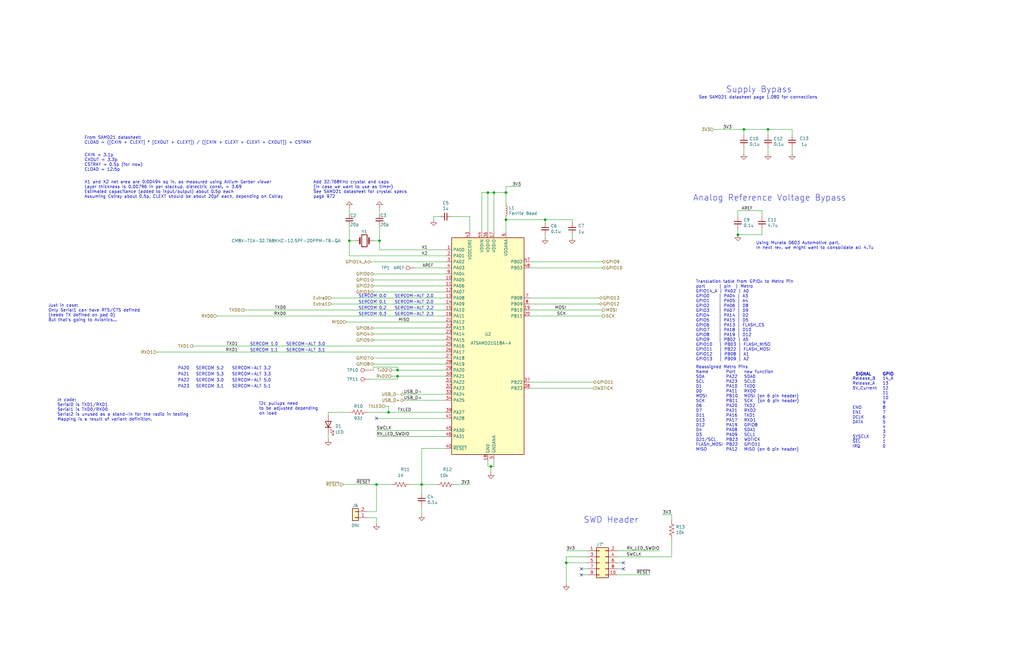
<source format=kicad_sch>
(kicad_sch
	(version 20231120)
	(generator "eeschema")
	(generator_version "8.0")
	(uuid "120a7b0f-ddfd-4447-85c1-35665465acdb")
	(paper "B")
	(lib_symbols
		(symbol "Connector:TestPoint"
			(pin_numbers hide)
			(pin_names
				(offset 0.762) hide)
			(exclude_from_sim no)
			(in_bom yes)
			(on_board yes)
			(property "Reference" "TP"
				(at 0 6.858 0)
				(effects
					(font
						(size 1.27 1.27)
					)
				)
			)
			(property "Value" "TestPoint"
				(at 0 5.08 0)
				(effects
					(font
						(size 1.27 1.27)
					)
				)
			)
			(property "Footprint" ""
				(at 5.08 0 0)
				(effects
					(font
						(size 1.27 1.27)
					)
					(hide yes)
				)
			)
			(property "Datasheet" "~"
				(at 5.08 0 0)
				(effects
					(font
						(size 1.27 1.27)
					)
					(hide yes)
				)
			)
			(property "Description" "test point"
				(at 0 0 0)
				(effects
					(font
						(size 1.27 1.27)
					)
					(hide yes)
				)
			)
			(property "ki_keywords" "test point tp"
				(at 0 0 0)
				(effects
					(font
						(size 1.27 1.27)
					)
					(hide yes)
				)
			)
			(property "ki_fp_filters" "Pin* Test*"
				(at 0 0 0)
				(effects
					(font
						(size 1.27 1.27)
					)
					(hide yes)
				)
			)
			(symbol "TestPoint_0_1"
				(circle
					(center 0 3.302)
					(radius 0.762)
					(stroke
						(width 0)
						(type default)
					)
					(fill
						(type none)
					)
				)
			)
			(symbol "TestPoint_1_1"
				(pin passive line
					(at 0 0 90)
					(length 2.54)
					(name "1"
						(effects
							(font
								(size 1.27 1.27)
							)
						)
					)
					(number "1"
						(effects
							(font
								(size 1.27 1.27)
							)
						)
					)
				)
			)
		)
		(symbol "Connector_Generic:Conn_01x02"
			(pin_names
				(offset 1.016) hide)
			(exclude_from_sim no)
			(in_bom yes)
			(on_board yes)
			(property "Reference" "J"
				(at 0 2.54 0)
				(effects
					(font
						(size 1.27 1.27)
					)
				)
			)
			(property "Value" "Conn_01x02"
				(at 0 -5.08 0)
				(effects
					(font
						(size 1.27 1.27)
					)
				)
			)
			(property "Footprint" ""
				(at 0 0 0)
				(effects
					(font
						(size 1.27 1.27)
					)
					(hide yes)
				)
			)
			(property "Datasheet" "~"
				(at 0 0 0)
				(effects
					(font
						(size 1.27 1.27)
					)
					(hide yes)
				)
			)
			(property "Description" "Generic connector, single row, 01x02, script generated (kicad-library-utils/schlib/autogen/connector/)"
				(at 0 0 0)
				(effects
					(font
						(size 1.27 1.27)
					)
					(hide yes)
				)
			)
			(property "ki_keywords" "connector"
				(at 0 0 0)
				(effects
					(font
						(size 1.27 1.27)
					)
					(hide yes)
				)
			)
			(property "ki_fp_filters" "Connector*:*_1x??_*"
				(at 0 0 0)
				(effects
					(font
						(size 1.27 1.27)
					)
					(hide yes)
				)
			)
			(symbol "Conn_01x02_1_1"
				(rectangle
					(start -1.27 -2.413)
					(end 0 -2.667)
					(stroke
						(width 0.1524)
						(type default)
					)
					(fill
						(type none)
					)
				)
				(rectangle
					(start -1.27 0.127)
					(end 0 -0.127)
					(stroke
						(width 0.1524)
						(type default)
					)
					(fill
						(type none)
					)
				)
				(rectangle
					(start -1.27 1.27)
					(end 1.27 -3.81)
					(stroke
						(width 0.254)
						(type default)
					)
					(fill
						(type background)
					)
				)
				(pin passive line
					(at -5.08 0 0)
					(length 3.81)
					(name "Pin_1"
						(effects
							(font
								(size 1.27 1.27)
							)
						)
					)
					(number "1"
						(effects
							(font
								(size 1.27 1.27)
							)
						)
					)
				)
				(pin passive line
					(at -5.08 -2.54 0)
					(length 3.81)
					(name "Pin_2"
						(effects
							(font
								(size 1.27 1.27)
							)
						)
					)
					(number "2"
						(effects
							(font
								(size 1.27 1.27)
							)
						)
					)
				)
			)
		)
		(symbol "Connector_Generic:Conn_02x05_Odd_Even"
			(pin_names
				(offset 1.016) hide)
			(exclude_from_sim no)
			(in_bom yes)
			(on_board yes)
			(property "Reference" "J"
				(at 1.27 7.62 0)
				(effects
					(font
						(size 1.27 1.27)
					)
				)
			)
			(property "Value" "Conn_02x05_Odd_Even"
				(at 1.27 -7.62 0)
				(effects
					(font
						(size 1.27 1.27)
					)
				)
			)
			(property "Footprint" ""
				(at 0 0 0)
				(effects
					(font
						(size 1.27 1.27)
					)
					(hide yes)
				)
			)
			(property "Datasheet" "~"
				(at 0 0 0)
				(effects
					(font
						(size 1.27 1.27)
					)
					(hide yes)
				)
			)
			(property "Description" "Generic connector, double row, 02x05, odd/even pin numbering scheme (row 1 odd numbers, row 2 even numbers), script generated (kicad-library-utils/schlib/autogen/connector/)"
				(at 0 0 0)
				(effects
					(font
						(size 1.27 1.27)
					)
					(hide yes)
				)
			)
			(property "ki_keywords" "connector"
				(at 0 0 0)
				(effects
					(font
						(size 1.27 1.27)
					)
					(hide yes)
				)
			)
			(property "ki_fp_filters" "Connector*:*_2x??_*"
				(at 0 0 0)
				(effects
					(font
						(size 1.27 1.27)
					)
					(hide yes)
				)
			)
			(symbol "Conn_02x05_Odd_Even_1_1"
				(rectangle
					(start -1.27 -4.953)
					(end 0 -5.207)
					(stroke
						(width 0.1524)
						(type default)
					)
					(fill
						(type none)
					)
				)
				(rectangle
					(start -1.27 -2.413)
					(end 0 -2.667)
					(stroke
						(width 0.1524)
						(type default)
					)
					(fill
						(type none)
					)
				)
				(rectangle
					(start -1.27 0.127)
					(end 0 -0.127)
					(stroke
						(width 0.1524)
						(type default)
					)
					(fill
						(type none)
					)
				)
				(rectangle
					(start -1.27 2.667)
					(end 0 2.413)
					(stroke
						(width 0.1524)
						(type default)
					)
					(fill
						(type none)
					)
				)
				(rectangle
					(start -1.27 5.207)
					(end 0 4.953)
					(stroke
						(width 0.1524)
						(type default)
					)
					(fill
						(type none)
					)
				)
				(rectangle
					(start -1.27 6.35)
					(end 3.81 -6.35)
					(stroke
						(width 0.254)
						(type default)
					)
					(fill
						(type background)
					)
				)
				(rectangle
					(start 3.81 -4.953)
					(end 2.54 -5.207)
					(stroke
						(width 0.1524)
						(type default)
					)
					(fill
						(type none)
					)
				)
				(rectangle
					(start 3.81 -2.413)
					(end 2.54 -2.667)
					(stroke
						(width 0.1524)
						(type default)
					)
					(fill
						(type none)
					)
				)
				(rectangle
					(start 3.81 0.127)
					(end 2.54 -0.127)
					(stroke
						(width 0.1524)
						(type default)
					)
					(fill
						(type none)
					)
				)
				(rectangle
					(start 3.81 2.667)
					(end 2.54 2.413)
					(stroke
						(width 0.1524)
						(type default)
					)
					(fill
						(type none)
					)
				)
				(rectangle
					(start 3.81 5.207)
					(end 2.54 4.953)
					(stroke
						(width 0.1524)
						(type default)
					)
					(fill
						(type none)
					)
				)
				(pin passive line
					(at -5.08 5.08 0)
					(length 3.81)
					(name "Pin_1"
						(effects
							(font
								(size 1.27 1.27)
							)
						)
					)
					(number "1"
						(effects
							(font
								(size 1.27 1.27)
							)
						)
					)
				)
				(pin passive line
					(at 7.62 -5.08 180)
					(length 3.81)
					(name "Pin_10"
						(effects
							(font
								(size 1.27 1.27)
							)
						)
					)
					(number "10"
						(effects
							(font
								(size 1.27 1.27)
							)
						)
					)
				)
				(pin passive line
					(at 7.62 5.08 180)
					(length 3.81)
					(name "Pin_2"
						(effects
							(font
								(size 1.27 1.27)
							)
						)
					)
					(number "2"
						(effects
							(font
								(size 1.27 1.27)
							)
						)
					)
				)
				(pin passive line
					(at -5.08 2.54 0)
					(length 3.81)
					(name "Pin_3"
						(effects
							(font
								(size 1.27 1.27)
							)
						)
					)
					(number "3"
						(effects
							(font
								(size 1.27 1.27)
							)
						)
					)
				)
				(pin passive line
					(at 7.62 2.54 180)
					(length 3.81)
					(name "Pin_4"
						(effects
							(font
								(size 1.27 1.27)
							)
						)
					)
					(number "4"
						(effects
							(font
								(size 1.27 1.27)
							)
						)
					)
				)
				(pin passive line
					(at -5.08 0 0)
					(length 3.81)
					(name "Pin_5"
						(effects
							(font
								(size 1.27 1.27)
							)
						)
					)
					(number "5"
						(effects
							(font
								(size 1.27 1.27)
							)
						)
					)
				)
				(pin passive line
					(at 7.62 0 180)
					(length 3.81)
					(name "Pin_6"
						(effects
							(font
								(size 1.27 1.27)
							)
						)
					)
					(number "6"
						(effects
							(font
								(size 1.27 1.27)
							)
						)
					)
				)
				(pin passive line
					(at -5.08 -2.54 0)
					(length 3.81)
					(name "Pin_7"
						(effects
							(font
								(size 1.27 1.27)
							)
						)
					)
					(number "7"
						(effects
							(font
								(size 1.27 1.27)
							)
						)
					)
				)
				(pin passive line
					(at 7.62 -2.54 180)
					(length 3.81)
					(name "Pin_8"
						(effects
							(font
								(size 1.27 1.27)
							)
						)
					)
					(number "8"
						(effects
							(font
								(size 1.27 1.27)
							)
						)
					)
				)
				(pin passive line
					(at -5.08 -5.08 0)
					(length 3.81)
					(name "Pin_9"
						(effects
							(font
								(size 1.27 1.27)
							)
						)
					)
					(number "9"
						(effects
							(font
								(size 1.27 1.27)
							)
						)
					)
				)
			)
		)
		(symbol "Device:C_Small"
			(pin_numbers hide)
			(pin_names
				(offset 0.254) hide)
			(exclude_from_sim no)
			(in_bom yes)
			(on_board yes)
			(property "Reference" "C"
				(at 0.254 1.778 0)
				(effects
					(font
						(size 1.27 1.27)
					)
					(justify left)
				)
			)
			(property "Value" "C_Small"
				(at 0.254 -2.032 0)
				(effects
					(font
						(size 1.27 1.27)
					)
					(justify left)
				)
			)
			(property "Footprint" ""
				(at 0 0 0)
				(effects
					(font
						(size 1.27 1.27)
					)
					(hide yes)
				)
			)
			(property "Datasheet" "~"
				(at 0 0 0)
				(effects
					(font
						(size 1.27 1.27)
					)
					(hide yes)
				)
			)
			(property "Description" "Unpolarized capacitor, small symbol"
				(at 0 0 0)
				(effects
					(font
						(size 1.27 1.27)
					)
					(hide yes)
				)
			)
			(property "ki_keywords" "capacitor cap"
				(at 0 0 0)
				(effects
					(font
						(size 1.27 1.27)
					)
					(hide yes)
				)
			)
			(property "ki_fp_filters" "C_*"
				(at 0 0 0)
				(effects
					(font
						(size 1.27 1.27)
					)
					(hide yes)
				)
			)
			(symbol "C_Small_0_1"
				(polyline
					(pts
						(xy -1.524 -0.508) (xy 1.524 -0.508)
					)
					(stroke
						(width 0.3302)
						(type default)
					)
					(fill
						(type none)
					)
				)
				(polyline
					(pts
						(xy -1.524 0.508) (xy 1.524 0.508)
					)
					(stroke
						(width 0.3048)
						(type default)
					)
					(fill
						(type none)
					)
				)
			)
			(symbol "C_Small_1_1"
				(pin passive line
					(at 0 2.54 270)
					(length 2.032)
					(name "~"
						(effects
							(font
								(size 1.27 1.27)
							)
						)
					)
					(number "1"
						(effects
							(font
								(size 1.27 1.27)
							)
						)
					)
				)
				(pin passive line
					(at 0 -2.54 90)
					(length 2.032)
					(name "~"
						(effects
							(font
								(size 1.27 1.27)
							)
						)
					)
					(number "2"
						(effects
							(font
								(size 1.27 1.27)
							)
						)
					)
				)
			)
		)
		(symbol "Device:Crystal"
			(pin_numbers hide)
			(pin_names
				(offset 1.016) hide)
			(exclude_from_sim no)
			(in_bom yes)
			(on_board yes)
			(property "Reference" "Y"
				(at 0 3.81 0)
				(effects
					(font
						(size 1.27 1.27)
					)
				)
			)
			(property "Value" "Crystal"
				(at 0 -3.81 0)
				(effects
					(font
						(size 1.27 1.27)
					)
				)
			)
			(property "Footprint" ""
				(at 0 0 0)
				(effects
					(font
						(size 1.27 1.27)
					)
					(hide yes)
				)
			)
			(property "Datasheet" "~"
				(at 0 0 0)
				(effects
					(font
						(size 1.27 1.27)
					)
					(hide yes)
				)
			)
			(property "Description" "Two pin crystal"
				(at 0 0 0)
				(effects
					(font
						(size 1.27 1.27)
					)
					(hide yes)
				)
			)
			(property "ki_keywords" "quartz ceramic resonator oscillator"
				(at 0 0 0)
				(effects
					(font
						(size 1.27 1.27)
					)
					(hide yes)
				)
			)
			(property "ki_fp_filters" "Crystal*"
				(at 0 0 0)
				(effects
					(font
						(size 1.27 1.27)
					)
					(hide yes)
				)
			)
			(symbol "Crystal_0_1"
				(rectangle
					(start -1.143 2.54)
					(end 1.143 -2.54)
					(stroke
						(width 0.3048)
						(type default)
					)
					(fill
						(type none)
					)
				)
				(polyline
					(pts
						(xy -2.54 0) (xy -1.905 0)
					)
					(stroke
						(width 0)
						(type default)
					)
					(fill
						(type none)
					)
				)
				(polyline
					(pts
						(xy -1.905 -1.27) (xy -1.905 1.27)
					)
					(stroke
						(width 0.508)
						(type default)
					)
					(fill
						(type none)
					)
				)
				(polyline
					(pts
						(xy 1.905 -1.27) (xy 1.905 1.27)
					)
					(stroke
						(width 0.508)
						(type default)
					)
					(fill
						(type none)
					)
				)
				(polyline
					(pts
						(xy 2.54 0) (xy 1.905 0)
					)
					(stroke
						(width 0)
						(type default)
					)
					(fill
						(type none)
					)
				)
			)
			(symbol "Crystal_1_1"
				(pin passive line
					(at -3.81 0 0)
					(length 1.27)
					(name "1"
						(effects
							(font
								(size 1.27 1.27)
							)
						)
					)
					(number "1"
						(effects
							(font
								(size 1.27 1.27)
							)
						)
					)
				)
				(pin passive line
					(at 3.81 0 180)
					(length 1.27)
					(name "2"
						(effects
							(font
								(size 1.27 1.27)
							)
						)
					)
					(number "2"
						(effects
							(font
								(size 1.27 1.27)
							)
						)
					)
				)
			)
		)
		(symbol "Device:LED"
			(pin_numbers hide)
			(pin_names
				(offset 1.016) hide)
			(exclude_from_sim no)
			(in_bom yes)
			(on_board yes)
			(property "Reference" "D"
				(at 0 2.54 0)
				(effects
					(font
						(size 1.27 1.27)
					)
				)
			)
			(property "Value" "LED"
				(at 0 -2.54 0)
				(effects
					(font
						(size 1.27 1.27)
					)
				)
			)
			(property "Footprint" ""
				(at 0 0 0)
				(effects
					(font
						(size 1.27 1.27)
					)
					(hide yes)
				)
			)
			(property "Datasheet" "~"
				(at 0 0 0)
				(effects
					(font
						(size 1.27 1.27)
					)
					(hide yes)
				)
			)
			(property "Description" "Light emitting diode"
				(at 0 0 0)
				(effects
					(font
						(size 1.27 1.27)
					)
					(hide yes)
				)
			)
			(property "ki_keywords" "LED diode"
				(at 0 0 0)
				(effects
					(font
						(size 1.27 1.27)
					)
					(hide yes)
				)
			)
			(property "ki_fp_filters" "LED* LED_SMD:* LED_THT:*"
				(at 0 0 0)
				(effects
					(font
						(size 1.27 1.27)
					)
					(hide yes)
				)
			)
			(symbol "LED_0_1"
				(polyline
					(pts
						(xy -1.27 -1.27) (xy -1.27 1.27)
					)
					(stroke
						(width 0.254)
						(type default)
					)
					(fill
						(type none)
					)
				)
				(polyline
					(pts
						(xy -1.27 0) (xy 1.27 0)
					)
					(stroke
						(width 0)
						(type default)
					)
					(fill
						(type none)
					)
				)
				(polyline
					(pts
						(xy 1.27 -1.27) (xy 1.27 1.27) (xy -1.27 0) (xy 1.27 -1.27)
					)
					(stroke
						(width 0.254)
						(type default)
					)
					(fill
						(type none)
					)
				)
				(polyline
					(pts
						(xy -3.048 -0.762) (xy -4.572 -2.286) (xy -3.81 -2.286) (xy -4.572 -2.286) (xy -4.572 -1.524)
					)
					(stroke
						(width 0)
						(type default)
					)
					(fill
						(type none)
					)
				)
				(polyline
					(pts
						(xy -1.778 -0.762) (xy -3.302 -2.286) (xy -2.54 -2.286) (xy -3.302 -2.286) (xy -3.302 -1.524)
					)
					(stroke
						(width 0)
						(type default)
					)
					(fill
						(type none)
					)
				)
			)
			(symbol "LED_1_1"
				(pin passive line
					(at -3.81 0 0)
					(length 2.54)
					(name "K"
						(effects
							(font
								(size 1.27 1.27)
							)
						)
					)
					(number "1"
						(effects
							(font
								(size 1.27 1.27)
							)
						)
					)
				)
				(pin passive line
					(at 3.81 0 180)
					(length 2.54)
					(name "A"
						(effects
							(font
								(size 1.27 1.27)
							)
						)
					)
					(number "2"
						(effects
							(font
								(size 1.27 1.27)
							)
						)
					)
				)
			)
		)
		(symbol "Device:L_Small"
			(pin_numbers hide)
			(pin_names
				(offset 0.254) hide)
			(exclude_from_sim no)
			(in_bom yes)
			(on_board yes)
			(property "Reference" "L"
				(at 0.762 1.016 0)
				(effects
					(font
						(size 1.27 1.27)
					)
					(justify left)
				)
			)
			(property "Value" "L_Small"
				(at 0.762 -1.016 0)
				(effects
					(font
						(size 1.27 1.27)
					)
					(justify left)
				)
			)
			(property "Footprint" ""
				(at 0 0 0)
				(effects
					(font
						(size 1.27 1.27)
					)
					(hide yes)
				)
			)
			(property "Datasheet" "~"
				(at 0 0 0)
				(effects
					(font
						(size 1.27 1.27)
					)
					(hide yes)
				)
			)
			(property "Description" "Inductor, small symbol"
				(at 0 0 0)
				(effects
					(font
						(size 1.27 1.27)
					)
					(hide yes)
				)
			)
			(property "ki_keywords" "inductor choke coil reactor magnetic"
				(at 0 0 0)
				(effects
					(font
						(size 1.27 1.27)
					)
					(hide yes)
				)
			)
			(property "ki_fp_filters" "Choke_* *Coil* Inductor_* L_*"
				(at 0 0 0)
				(effects
					(font
						(size 1.27 1.27)
					)
					(hide yes)
				)
			)
			(symbol "L_Small_0_1"
				(arc
					(start 0 -2.032)
					(mid 0.5058 -1.524)
					(end 0 -1.016)
					(stroke
						(width 0)
						(type default)
					)
					(fill
						(type none)
					)
				)
				(arc
					(start 0 -1.016)
					(mid 0.5058 -0.508)
					(end 0 0)
					(stroke
						(width 0)
						(type default)
					)
					(fill
						(type none)
					)
				)
				(arc
					(start 0 0)
					(mid 0.5058 0.508)
					(end 0 1.016)
					(stroke
						(width 0)
						(type default)
					)
					(fill
						(type none)
					)
				)
				(arc
					(start 0 1.016)
					(mid 0.5058 1.524)
					(end 0 2.032)
					(stroke
						(width 0)
						(type default)
					)
					(fill
						(type none)
					)
				)
			)
			(symbol "L_Small_1_1"
				(pin passive line
					(at 0 2.54 270)
					(length 0.508)
					(name "~"
						(effects
							(font
								(size 1.27 1.27)
							)
						)
					)
					(number "1"
						(effects
							(font
								(size 1.27 1.27)
							)
						)
					)
				)
				(pin passive line
					(at 0 -2.54 90)
					(length 0.508)
					(name "~"
						(effects
							(font
								(size 1.27 1.27)
							)
						)
					)
					(number "2"
						(effects
							(font
								(size 1.27 1.27)
							)
						)
					)
				)
			)
		)
		(symbol "Device:R_US"
			(pin_numbers hide)
			(pin_names
				(offset 0)
			)
			(exclude_from_sim no)
			(in_bom yes)
			(on_board yes)
			(property "Reference" "R"
				(at 2.54 0 90)
				(effects
					(font
						(size 1.27 1.27)
					)
				)
			)
			(property "Value" "R_US"
				(at -2.54 0 90)
				(effects
					(font
						(size 1.27 1.27)
					)
				)
			)
			(property "Footprint" ""
				(at 1.016 -0.254 90)
				(effects
					(font
						(size 1.27 1.27)
					)
					(hide yes)
				)
			)
			(property "Datasheet" "~"
				(at 0 0 0)
				(effects
					(font
						(size 1.27 1.27)
					)
					(hide yes)
				)
			)
			(property "Description" "Resistor, US symbol"
				(at 0 0 0)
				(effects
					(font
						(size 1.27 1.27)
					)
					(hide yes)
				)
			)
			(property "ki_keywords" "R res resistor"
				(at 0 0 0)
				(effects
					(font
						(size 1.27 1.27)
					)
					(hide yes)
				)
			)
			(property "ki_fp_filters" "R_*"
				(at 0 0 0)
				(effects
					(font
						(size 1.27 1.27)
					)
					(hide yes)
				)
			)
			(symbol "R_US_0_1"
				(polyline
					(pts
						(xy 0 -2.286) (xy 0 -2.54)
					)
					(stroke
						(width 0)
						(type default)
					)
					(fill
						(type none)
					)
				)
				(polyline
					(pts
						(xy 0 2.286) (xy 0 2.54)
					)
					(stroke
						(width 0)
						(type default)
					)
					(fill
						(type none)
					)
				)
				(polyline
					(pts
						(xy 0 -0.762) (xy 1.016 -1.143) (xy 0 -1.524) (xy -1.016 -1.905) (xy 0 -2.286)
					)
					(stroke
						(width 0)
						(type default)
					)
					(fill
						(type none)
					)
				)
				(polyline
					(pts
						(xy 0 0.762) (xy 1.016 0.381) (xy 0 0) (xy -1.016 -0.381) (xy 0 -0.762)
					)
					(stroke
						(width 0)
						(type default)
					)
					(fill
						(type none)
					)
				)
				(polyline
					(pts
						(xy 0 2.286) (xy 1.016 1.905) (xy 0 1.524) (xy -1.016 1.143) (xy 0 0.762)
					)
					(stroke
						(width 0)
						(type default)
					)
					(fill
						(type none)
					)
				)
			)
			(symbol "R_US_1_1"
				(pin passive line
					(at 0 3.81 270)
					(length 1.27)
					(name "~"
						(effects
							(font
								(size 1.27 1.27)
							)
						)
					)
					(number "1"
						(effects
							(font
								(size 1.27 1.27)
							)
						)
					)
				)
				(pin passive line
					(at 0 -3.81 90)
					(length 1.27)
					(name "~"
						(effects
							(font
								(size 1.27 1.27)
							)
						)
					)
					(number "2"
						(effects
							(font
								(size 1.27 1.27)
							)
						)
					)
				)
			)
		)
		(symbol "MCU_Microchip_SAMD:ATSAMD21G18A-A"
			(exclude_from_sim no)
			(in_bom yes)
			(on_board yes)
			(property "Reference" "U"
				(at -13.97 46.99 0)
				(effects
					(font
						(size 1.27 1.27)
					)
				)
			)
			(property "Value" "ATSAMD21G18A-A"
				(at 16.51 46.99 0)
				(effects
					(font
						(size 1.27 1.27)
					)
				)
			)
			(property "Footprint" "Package_QFP:TQFP-48_7x7mm_P0.5mm"
				(at 22.86 -46.99 0)
				(effects
					(font
						(size 1.27 1.27)
					)
					(hide yes)
				)
			)
			(property "Datasheet" "http://ww1.microchip.com/downloads/en/DeviceDoc/SAM_D21_DA1_Family_Data%20Sheet_DS40001882E.pdf"
				(at 0 25.4 0)
				(effects
					(font
						(size 1.27 1.27)
					)
					(hide yes)
				)
			)
			(property "Description" "SAM D21 Microchip SMART ARM-based Flash MCU, 48Mhz, 256K Flash, 32K SRAM, TQFP-48"
				(at 0 0 0)
				(effects
					(font
						(size 1.27 1.27)
					)
					(hide yes)
				)
			)
			(property "ki_keywords" "32-bit ARM Cortex-M0+ MCU Microcontroller"
				(at 0 0 0)
				(effects
					(font
						(size 1.27 1.27)
					)
					(hide yes)
				)
			)
			(property "ki_fp_filters" "TQFP*7x7mm*P0.5mm*"
				(at 0 0 0)
				(effects
					(font
						(size 1.27 1.27)
					)
					(hide yes)
				)
			)
			(symbol "ATSAMD21G18A-A_0_1"
				(rectangle
					(start -15.24 45.72)
					(end 15.24 -45.72)
					(stroke
						(width 0.254)
						(type default)
					)
					(fill
						(type background)
					)
				)
			)
			(symbol "ATSAMD21G18A-A_1_1"
				(pin bidirectional line
					(at -17.78 40.64 0)
					(length 2.54)
					(name "PA00"
						(effects
							(font
								(size 1.27 1.27)
							)
						)
					)
					(number "1"
						(effects
							(font
								(size 1.27 1.27)
							)
						)
					)
				)
				(pin bidirectional line
					(at -17.78 27.94 0)
					(length 2.54)
					(name "PA05"
						(effects
							(font
								(size 1.27 1.27)
							)
						)
					)
					(number "10"
						(effects
							(font
								(size 1.27 1.27)
							)
						)
					)
				)
				(pin bidirectional line
					(at -17.78 25.4 0)
					(length 2.54)
					(name "PA06"
						(effects
							(font
								(size 1.27 1.27)
							)
						)
					)
					(number "11"
						(effects
							(font
								(size 1.27 1.27)
							)
						)
					)
				)
				(pin bidirectional line
					(at -17.78 22.86 0)
					(length 2.54)
					(name "PA07"
						(effects
							(font
								(size 1.27 1.27)
							)
						)
					)
					(number "12"
						(effects
							(font
								(size 1.27 1.27)
							)
						)
					)
				)
				(pin bidirectional line
					(at -17.78 20.32 0)
					(length 2.54)
					(name "PA08"
						(effects
							(font
								(size 1.27 1.27)
							)
						)
					)
					(number "13"
						(effects
							(font
								(size 1.27 1.27)
							)
						)
					)
				)
				(pin bidirectional line
					(at -17.78 17.78 0)
					(length 2.54)
					(name "PA09"
						(effects
							(font
								(size 1.27 1.27)
							)
						)
					)
					(number "14"
						(effects
							(font
								(size 1.27 1.27)
							)
						)
					)
				)
				(pin bidirectional line
					(at -17.78 15.24 0)
					(length 2.54)
					(name "PA10"
						(effects
							(font
								(size 1.27 1.27)
							)
						)
					)
					(number "15"
						(effects
							(font
								(size 1.27 1.27)
							)
						)
					)
				)
				(pin bidirectional line
					(at -17.78 12.7 0)
					(length 2.54)
					(name "PA11"
						(effects
							(font
								(size 1.27 1.27)
							)
						)
					)
					(number "16"
						(effects
							(font
								(size 1.27 1.27)
							)
						)
					)
				)
				(pin power_in line
					(at 2.54 48.26 270)
					(length 2.54)
					(name "VDDIO"
						(effects
							(font
								(size 1.27 1.27)
							)
						)
					)
					(number "17"
						(effects
							(font
								(size 1.27 1.27)
							)
						)
					)
				)
				(pin power_in line
					(at 0 -48.26 90)
					(length 2.54)
					(name "GND"
						(effects
							(font
								(size 1.27 1.27)
							)
						)
					)
					(number "18"
						(effects
							(font
								(size 1.27 1.27)
							)
						)
					)
				)
				(pin bidirectional line
					(at 17.78 15.24 180)
					(length 2.54)
					(name "PB10"
						(effects
							(font
								(size 1.27 1.27)
							)
						)
					)
					(number "19"
						(effects
							(font
								(size 1.27 1.27)
							)
						)
					)
				)
				(pin bidirectional line
					(at -17.78 38.1 0)
					(length 2.54)
					(name "PA01"
						(effects
							(font
								(size 1.27 1.27)
							)
						)
					)
					(number "2"
						(effects
							(font
								(size 1.27 1.27)
							)
						)
					)
				)
				(pin bidirectional line
					(at 17.78 12.7 180)
					(length 2.54)
					(name "PB11"
						(effects
							(font
								(size 1.27 1.27)
							)
						)
					)
					(number "20"
						(effects
							(font
								(size 1.27 1.27)
							)
						)
					)
				)
				(pin bidirectional line
					(at -17.78 10.16 0)
					(length 2.54)
					(name "PA12"
						(effects
							(font
								(size 1.27 1.27)
							)
						)
					)
					(number "21"
						(effects
							(font
								(size 1.27 1.27)
							)
						)
					)
				)
				(pin bidirectional line
					(at -17.78 7.62 0)
					(length 2.54)
					(name "PA13"
						(effects
							(font
								(size 1.27 1.27)
							)
						)
					)
					(number "22"
						(effects
							(font
								(size 1.27 1.27)
							)
						)
					)
				)
				(pin bidirectional line
					(at -17.78 5.08 0)
					(length 2.54)
					(name "PA14"
						(effects
							(font
								(size 1.27 1.27)
							)
						)
					)
					(number "23"
						(effects
							(font
								(size 1.27 1.27)
							)
						)
					)
				)
				(pin bidirectional line
					(at -17.78 2.54 0)
					(length 2.54)
					(name "PA15"
						(effects
							(font
								(size 1.27 1.27)
							)
						)
					)
					(number "24"
						(effects
							(font
								(size 1.27 1.27)
							)
						)
					)
				)
				(pin bidirectional line
					(at -17.78 0 0)
					(length 2.54)
					(name "PA16"
						(effects
							(font
								(size 1.27 1.27)
							)
						)
					)
					(number "25"
						(effects
							(font
								(size 1.27 1.27)
							)
						)
					)
				)
				(pin bidirectional line
					(at -17.78 -2.54 0)
					(length 2.54)
					(name "PA17"
						(effects
							(font
								(size 1.27 1.27)
							)
						)
					)
					(number "26"
						(effects
							(font
								(size 1.27 1.27)
							)
						)
					)
				)
				(pin bidirectional line
					(at -17.78 -5.08 0)
					(length 2.54)
					(name "PA18"
						(effects
							(font
								(size 1.27 1.27)
							)
						)
					)
					(number "27"
						(effects
							(font
								(size 1.27 1.27)
							)
						)
					)
				)
				(pin bidirectional line
					(at -17.78 -7.62 0)
					(length 2.54)
					(name "PA19"
						(effects
							(font
								(size 1.27 1.27)
							)
						)
					)
					(number "28"
						(effects
							(font
								(size 1.27 1.27)
							)
						)
					)
				)
				(pin bidirectional line
					(at -17.78 -10.16 0)
					(length 2.54)
					(name "PA20"
						(effects
							(font
								(size 1.27 1.27)
							)
						)
					)
					(number "29"
						(effects
							(font
								(size 1.27 1.27)
							)
						)
					)
				)
				(pin bidirectional line
					(at -17.78 35.56 0)
					(length 2.54)
					(name "PA02"
						(effects
							(font
								(size 1.27 1.27)
							)
						)
					)
					(number "3"
						(effects
							(font
								(size 1.27 1.27)
							)
						)
					)
				)
				(pin bidirectional line
					(at -17.78 -12.7 0)
					(length 2.54)
					(name "PA21"
						(effects
							(font
								(size 1.27 1.27)
							)
						)
					)
					(number "30"
						(effects
							(font
								(size 1.27 1.27)
							)
						)
					)
				)
				(pin bidirectional line
					(at -17.78 -15.24 0)
					(length 2.54)
					(name "PA22"
						(effects
							(font
								(size 1.27 1.27)
							)
						)
					)
					(number "31"
						(effects
							(font
								(size 1.27 1.27)
							)
						)
					)
				)
				(pin bidirectional line
					(at -17.78 -17.78 0)
					(length 2.54)
					(name "PA23"
						(effects
							(font
								(size 1.27 1.27)
							)
						)
					)
					(number "32"
						(effects
							(font
								(size 1.27 1.27)
							)
						)
					)
				)
				(pin bidirectional line
					(at -17.78 -20.32 0)
					(length 2.54)
					(name "PA24"
						(effects
							(font
								(size 1.27 1.27)
							)
						)
					)
					(number "33"
						(effects
							(font
								(size 1.27 1.27)
							)
						)
					)
				)
				(pin bidirectional line
					(at -17.78 -22.86 0)
					(length 2.54)
					(name "PA25"
						(effects
							(font
								(size 1.27 1.27)
							)
						)
					)
					(number "34"
						(effects
							(font
								(size 1.27 1.27)
							)
						)
					)
				)
				(pin passive line
					(at 0 -48.26 90)
					(length 2.54) hide
					(name "GND"
						(effects
							(font
								(size 1.27 1.27)
							)
						)
					)
					(number "35"
						(effects
							(font
								(size 1.27 1.27)
							)
						)
					)
				)
				(pin power_in line
					(at 0 48.26 270)
					(length 2.54)
					(name "VDDIO"
						(effects
							(font
								(size 1.27 1.27)
							)
						)
					)
					(number "36"
						(effects
							(font
								(size 1.27 1.27)
							)
						)
					)
				)
				(pin bidirectional line
					(at 17.78 -15.24 180)
					(length 2.54)
					(name "PB22"
						(effects
							(font
								(size 1.27 1.27)
							)
						)
					)
					(number "37"
						(effects
							(font
								(size 1.27 1.27)
							)
						)
					)
				)
				(pin bidirectional line
					(at 17.78 -17.78 180)
					(length 2.54)
					(name "PB23"
						(effects
							(font
								(size 1.27 1.27)
							)
						)
					)
					(number "38"
						(effects
							(font
								(size 1.27 1.27)
							)
						)
					)
				)
				(pin bidirectional line
					(at -17.78 -27.94 0)
					(length 2.54)
					(name "PA27"
						(effects
							(font
								(size 1.27 1.27)
							)
						)
					)
					(number "39"
						(effects
							(font
								(size 1.27 1.27)
							)
						)
					)
				)
				(pin bidirectional line
					(at -17.78 33.02 0)
					(length 2.54)
					(name "PA03"
						(effects
							(font
								(size 1.27 1.27)
							)
						)
					)
					(number "4"
						(effects
							(font
								(size 1.27 1.27)
							)
						)
					)
				)
				(pin input line
					(at -17.78 -43.18 0)
					(length 2.54)
					(name "~{RESET}"
						(effects
							(font
								(size 1.27 1.27)
							)
						)
					)
					(number "40"
						(effects
							(font
								(size 1.27 1.27)
							)
						)
					)
				)
				(pin bidirectional line
					(at -17.78 -30.48 0)
					(length 2.54)
					(name "PA28"
						(effects
							(font
								(size 1.27 1.27)
							)
						)
					)
					(number "41"
						(effects
							(font
								(size 1.27 1.27)
							)
						)
					)
				)
				(pin passive line
					(at 0 -48.26 90)
					(length 2.54) hide
					(name "GND"
						(effects
							(font
								(size 1.27 1.27)
							)
						)
					)
					(number "42"
						(effects
							(font
								(size 1.27 1.27)
							)
						)
					)
				)
				(pin power_out line
					(at -7.62 48.26 270)
					(length 2.54)
					(name "VDDCORE"
						(effects
							(font
								(size 1.27 1.27)
							)
						)
					)
					(number "43"
						(effects
							(font
								(size 1.27 1.27)
							)
						)
					)
				)
				(pin power_in line
					(at -2.54 48.26 270)
					(length 2.54)
					(name "VDDIN"
						(effects
							(font
								(size 1.27 1.27)
							)
						)
					)
					(number "44"
						(effects
							(font
								(size 1.27 1.27)
							)
						)
					)
				)
				(pin bidirectional line
					(at -17.78 -35.56 0)
					(length 2.54)
					(name "PA30"
						(effects
							(font
								(size 1.27 1.27)
							)
						)
					)
					(number "45"
						(effects
							(font
								(size 1.27 1.27)
							)
						)
					)
				)
				(pin bidirectional line
					(at -17.78 -38.1 0)
					(length 2.54)
					(name "PA31"
						(effects
							(font
								(size 1.27 1.27)
							)
						)
					)
					(number "46"
						(effects
							(font
								(size 1.27 1.27)
							)
						)
					)
				)
				(pin bidirectional line
					(at 17.78 35.56 180)
					(length 2.54)
					(name "PB02"
						(effects
							(font
								(size 1.27 1.27)
							)
						)
					)
					(number "47"
						(effects
							(font
								(size 1.27 1.27)
							)
						)
					)
				)
				(pin bidirectional line
					(at 17.78 33.02 180)
					(length 2.54)
					(name "PB03"
						(effects
							(font
								(size 1.27 1.27)
							)
						)
					)
					(number "48"
						(effects
							(font
								(size 1.27 1.27)
							)
						)
					)
				)
				(pin power_in line
					(at 2.54 -48.26 90)
					(length 2.54)
					(name "GNDANA"
						(effects
							(font
								(size 1.27 1.27)
							)
						)
					)
					(number "5"
						(effects
							(font
								(size 1.27 1.27)
							)
						)
					)
				)
				(pin power_in line
					(at 7.62 48.26 270)
					(length 2.54)
					(name "VDDANA"
						(effects
							(font
								(size 1.27 1.27)
							)
						)
					)
					(number "6"
						(effects
							(font
								(size 1.27 1.27)
							)
						)
					)
				)
				(pin bidirectional line
					(at 17.78 20.32 180)
					(length 2.54)
					(name "PB08"
						(effects
							(font
								(size 1.27 1.27)
							)
						)
					)
					(number "7"
						(effects
							(font
								(size 1.27 1.27)
							)
						)
					)
				)
				(pin bidirectional line
					(at 17.78 17.78 180)
					(length 2.54)
					(name "PB09"
						(effects
							(font
								(size 1.27 1.27)
							)
						)
					)
					(number "8"
						(effects
							(font
								(size 1.27 1.27)
							)
						)
					)
				)
				(pin bidirectional line
					(at -17.78 30.48 0)
					(length 2.54)
					(name "PA04"
						(effects
							(font
								(size 1.27 1.27)
							)
						)
					)
					(number "9"
						(effects
							(font
								(size 1.27 1.27)
							)
						)
					)
				)
			)
		)
		(symbol "power:GND"
			(power)
			(pin_names
				(offset 0)
			)
			(exclude_from_sim no)
			(in_bom yes)
			(on_board yes)
			(property "Reference" "#PWR"
				(at 0 -6.35 0)
				(effects
					(font
						(size 1.27 1.27)
					)
					(hide yes)
				)
			)
			(property "Value" "GND"
				(at 0 -3.81 0)
				(effects
					(font
						(size 1.27 1.27)
					)
				)
			)
			(property "Footprint" ""
				(at 0 0 0)
				(effects
					(font
						(size 1.27 1.27)
					)
					(hide yes)
				)
			)
			(property "Datasheet" ""
				(at 0 0 0)
				(effects
					(font
						(size 1.27 1.27)
					)
					(hide yes)
				)
			)
			(property "Description" "Power symbol creates a global label with name \"GND\" , ground"
				(at 0 0 0)
				(effects
					(font
						(size 1.27 1.27)
					)
					(hide yes)
				)
			)
			(property "ki_keywords" "power-flag"
				(at 0 0 0)
				(effects
					(font
						(size 1.27 1.27)
					)
					(hide yes)
				)
			)
			(symbol "GND_0_1"
				(polyline
					(pts
						(xy 0 0) (xy 0 -1.27) (xy 1.27 -1.27) (xy 0 -2.54) (xy -1.27 -1.27) (xy 0 -1.27)
					)
					(stroke
						(width 0)
						(type default)
					)
					(fill
						(type none)
					)
				)
			)
			(symbol "GND_1_1"
				(pin power_in line
					(at 0 0 270)
					(length 0) hide
					(name "GND"
						(effects
							(font
								(size 1.27 1.27)
							)
						)
					)
					(number "1"
						(effects
							(font
								(size 1.27 1.27)
							)
						)
					)
				)
			)
		)
	)
	(junction
		(at 207.01 196.85)
		(diameter 0)
		(color 0 0 0 0)
		(uuid "0760bcec-401b-4421-97ef-9df3e06c4d7d")
	)
	(junction
		(at 238.76 237.49)
		(diameter 0)
		(color 0 0 0 0)
		(uuid "0d468d78-3235-40d4-aee5-65c70770ba1d")
	)
	(junction
		(at 208.28 81.28)
		(diameter 0)
		(color 0 0 0 0)
		(uuid "104c52b0-fa5b-4965-bafe-99b694fc4373")
	)
	(junction
		(at 147.32 101.6)
		(diameter 0)
		(color 0 0 0 0)
		(uuid "1c1d9f8d-a88c-4c4e-89e9-2c29328b2495")
	)
	(junction
		(at 167.64 158.75)
		(diameter 0)
		(color 0 0 0 0)
		(uuid "2a3691d2-3bc5-4ca7-973f-e43ebe86e921")
	)
	(junction
		(at 213.36 92.71)
		(diameter 0)
		(color 0 0 0 0)
		(uuid "3107883c-3dd4-4f1d-9bea-f1c2b29f0c8e")
	)
	(junction
		(at 177.8 204.47)
		(diameter 0)
		(color 0 0 0 0)
		(uuid "3e11c1a0-7969-404e-9f73-68253acc873a")
	)
	(junction
		(at 313.69 54.61)
		(diameter 0)
		(color 0 0 0 0)
		(uuid "638f25d2-c0f3-4b26-98c2-56361c19f1f1")
	)
	(junction
		(at 163.83 173.99)
		(diameter 0)
		(color 0 0 0 0)
		(uuid "69d531c2-ec3f-4273-95e3-9b1f874d4d1b")
	)
	(junction
		(at 213.36 81.28)
		(diameter 0)
		(color 0 0 0 0)
		(uuid "6c0abecf-f361-4699-8ddd-02d1b8372136")
	)
	(junction
		(at 311.15 99.06)
		(diameter 0)
		(color 0 0 0 0)
		(uuid "8dffef00-6a12-44c9-8c9a-314c12b524e5")
	)
	(junction
		(at 205.74 81.28)
		(diameter 0)
		(color 0 0 0 0)
		(uuid "8e155617-d4f4-46e4-909c-3f000857b3b2")
	)
	(junction
		(at 160.02 101.6)
		(diameter 0)
		(color 0 0 0 0)
		(uuid "953301b3-054d-433e-b855-5ba22b8e206c")
	)
	(junction
		(at 167.64 156.21)
		(diameter 0)
		(color 0 0 0 0)
		(uuid "c59c1e83-9bbf-4eb5-843e-45d4c0421338")
	)
	(junction
		(at 229.87 92.71)
		(diameter 0)
		(color 0 0 0 0)
		(uuid "c718f435-03f6-4a4c-8005-c4be0f512110")
	)
	(junction
		(at 323.85 54.61)
		(diameter 0)
		(color 0 0 0 0)
		(uuid "f46c5d7b-7a86-42e0-8bda-cfbb3c4c0472")
	)
	(junction
		(at 158.75 204.47)
		(diameter 0)
		(color 0 0 0 0)
		(uuid "fb3b5fb6-4844-4735-8162-2334628fad90")
	)
	(no_connect
		(at 245.11 240.03)
		(uuid "380f2b0d-ba6b-4dbd-82f5-3a6fd590835c")
	)
	(no_connect
		(at 245.11 242.57)
		(uuid "380f2b0d-ba6b-4dbd-82f5-3a6fd590835d")
	)
	(no_connect
		(at 262.89 240.03)
		(uuid "380f2b0d-ba6b-4dbd-82f5-3a6fd590835e")
	)
	(no_connect
		(at 262.89 237.49)
		(uuid "380f2b0d-ba6b-4dbd-82f5-3a6fd590835f")
	)
	(no_connect
		(at 158.75 176.53)
		(uuid "55bdf2d1-0129-4cb9-94a6-efa3df7c7cd4")
	)
	(wire
		(pts
			(xy 203.2 81.28) (xy 205.74 81.28)
		)
		(stroke
			(width 0)
			(type default)
		)
		(uuid "013fd080-24b1-4ff0-a3fa-a8d9093bae2d")
	)
	(wire
		(pts
			(xy 238.76 234.95) (xy 238.76 237.49)
		)
		(stroke
			(width 0)
			(type default)
		)
		(uuid "03a6e7f6-10aa-4b95-bcd9-3c9fdc6b405c")
	)
	(wire
		(pts
			(xy 213.36 86.36) (xy 213.36 81.28)
		)
		(stroke
			(width 0)
			(type default)
		)
		(uuid "077de74b-17bd-4819-ab12-a3d892cfac38")
	)
	(wire
		(pts
			(xy 184.15 204.47) (xy 177.8 204.47)
		)
		(stroke
			(width 0)
			(type default)
		)
		(uuid "0842c0da-7a95-4048-9f67-3f72596f26ca")
	)
	(wire
		(pts
			(xy 247.65 237.49) (xy 238.76 237.49)
		)
		(stroke
			(width 0)
			(type default)
		)
		(uuid "0de6a906-788c-43d9-9673-2df37a3d3b17")
	)
	(wire
		(pts
			(xy 157.48 123.19) (xy 187.96 123.19)
		)
		(stroke
			(width 0)
			(type default)
		)
		(uuid "0e7ea7f0-e9d3-4ce6-a577-53a1aa922316")
	)
	(wire
		(pts
			(xy 223.52 161.29) (xy 250.19 161.29)
		)
		(stroke
			(width 0)
			(type default)
		)
		(uuid "11ccc6fe-9a80-4bc1-a5ef-f2736e756309")
	)
	(wire
		(pts
			(xy 165.1 158.75) (xy 167.64 158.75)
		)
		(stroke
			(width 0)
			(type default)
		)
		(uuid "132f5cad-c7d8-4e28-9de7-ce4199a59381")
	)
	(wire
		(pts
			(xy 177.8 204.47) (xy 177.8 208.28)
		)
		(stroke
			(width 0)
			(type default)
		)
		(uuid "15bac406-8f22-45a5-9654-3f62614dcd34")
	)
	(wire
		(pts
			(xy 238.76 237.49) (xy 238.76 246.38)
		)
		(stroke
			(width 0)
			(type default)
		)
		(uuid "168e1f40-297c-40f5-a881-5aa62a142dd4")
	)
	(wire
		(pts
			(xy 177.8 204.47) (xy 172.72 204.47)
		)
		(stroke
			(width 0)
			(type default)
		)
		(uuid "18ae65c1-cfa8-4b50-91b5-e1b5bf803355")
	)
	(wire
		(pts
			(xy 205.74 97.79) (xy 205.74 81.28)
		)
		(stroke
			(width 0)
			(type default)
		)
		(uuid "19771d4c-1e60-41d3-ab7d-ea0ca2bfd638")
	)
	(wire
		(pts
			(xy 208.28 196.85) (xy 208.28 194.31)
		)
		(stroke
			(width 0)
			(type default)
		)
		(uuid "1bb2fde5-8cfc-4c98-bbe3-23fc3f652fbb")
	)
	(wire
		(pts
			(xy 205.74 194.31) (xy 205.74 196.85)
		)
		(stroke
			(width 0)
			(type default)
		)
		(uuid "2005f325-2a97-4aed-b544-0985eebb0ea8")
	)
	(wire
		(pts
			(xy 182.88 92.71) (xy 182.88 91.44)
		)
		(stroke
			(width 0)
			(type default)
		)
		(uuid "21ca9bb2-5a5e-444f-8bbe-4c760e6bed5a")
	)
	(wire
		(pts
			(xy 102.87 130.81) (xy 187.96 130.81)
		)
		(stroke
			(width 0)
			(type default)
		)
		(uuid "222a979f-868c-4741-8a40-e92e444c1e26")
	)
	(wire
		(pts
			(xy 198.12 97.79) (xy 198.12 91.44)
		)
		(stroke
			(width 0)
			(type default)
		)
		(uuid "26b9e817-9edd-4e51-8772-fce1330b2b89")
	)
	(wire
		(pts
			(xy 156.21 160.02) (xy 167.64 160.02)
		)
		(stroke
			(width 0)
			(type default)
		)
		(uuid "2972ec13-0a42-4b1d-af97-3f9937db4225")
	)
	(wire
		(pts
			(xy 177.8 189.23) (xy 187.96 189.23)
		)
		(stroke
			(width 0)
			(type default)
		)
		(uuid "2d09060b-9951-4af0-8bc4-b20f38b9f231")
	)
	(wire
		(pts
			(xy 223.52 128.27) (xy 252.73 128.27)
		)
		(stroke
			(width 0)
			(type default)
		)
		(uuid "2f105239-7345-4c12-a9c8-88ba9a2e2c1b")
	)
	(wire
		(pts
			(xy 187.96 110.49) (xy 156.21 110.49)
		)
		(stroke
			(width 0)
			(type default)
		)
		(uuid "32266c15-d8f7-4e2e-9931-8e29eb2c9de9")
	)
	(wire
		(pts
			(xy 157.48 151.13) (xy 187.96 151.13)
		)
		(stroke
			(width 0)
			(type default)
		)
		(uuid "33dfe854-cf43-42cc-9e84-28bac67d64a2")
	)
	(wire
		(pts
			(xy 191.77 204.47) (xy 198.12 204.47)
		)
		(stroke
			(width 0)
			(type default)
		)
		(uuid "36e81c80-6a10-4a01-a21e-13ac1bf76405")
	)
	(wire
		(pts
			(xy 187.96 115.57) (xy 157.48 115.57)
		)
		(stroke
			(width 0)
			(type default)
		)
		(uuid "37bd2924-4ce7-4a88-9a16-e9a80c15d815")
	)
	(wire
		(pts
			(xy 163.83 173.99) (xy 154.94 173.99)
		)
		(stroke
			(width 0)
			(type default)
		)
		(uuid "3a998533-137c-440b-ba10-bed05729edbe")
	)
	(wire
		(pts
			(xy 165.1 156.21) (xy 167.64 156.21)
		)
		(stroke
			(width 0)
			(type default)
		)
		(uuid "3b8938f0-c287-4bc1-9e5b-6457751a871f")
	)
	(wire
		(pts
			(xy 187.96 153.67) (xy 157.48 153.67)
		)
		(stroke
			(width 0)
			(type default)
		)
		(uuid "3cf7042e-5e67-4d7c-9257-6c1d007c7a6f")
	)
	(wire
		(pts
			(xy 283.21 219.71) (xy 283.21 217.17)
		)
		(stroke
			(width 0)
			(type default)
		)
		(uuid "443aeea8-3a46-41b9-8b0b-46fa58158d82")
	)
	(wire
		(pts
			(xy 157.48 156.21) (xy 157.48 154.94)
		)
		(stroke
			(width 0)
			(type default)
		)
		(uuid "462accc1-97c7-445e-9c92-c00e71da43f9")
	)
	(wire
		(pts
			(xy 321.31 99.06) (xy 311.15 99.06)
		)
		(stroke
			(width 0)
			(type default)
		)
		(uuid "4b1e0ec5-9fcf-48f7-89f9-c72ef3faf034")
	)
	(wire
		(pts
			(xy 147.32 107.95) (xy 147.32 101.6)
		)
		(stroke
			(width 0)
			(type default)
		)
		(uuid "4b4d5df4-c0f8-428e-8a11-9b89516d29de")
	)
	(wire
		(pts
			(xy 208.28 81.28) (xy 213.36 81.28)
		)
		(stroke
			(width 0)
			(type default)
		)
		(uuid "4ed2c52e-a554-45ab-bede-548328ed956d")
	)
	(wire
		(pts
			(xy 187.96 168.91) (xy 170.18 168.91)
		)
		(stroke
			(width 0)
			(type default)
		)
		(uuid "5054d4da-3086-4875-a25e-ffaaf0c4a8c0")
	)
	(wire
		(pts
			(xy 334.01 54.61) (xy 323.85 54.61)
		)
		(stroke
			(width 0)
			(type default)
		)
		(uuid "51911da2-226b-4d77-89d7-15286a20de58")
	)
	(wire
		(pts
			(xy 187.96 166.37) (xy 170.18 166.37)
		)
		(stroke
			(width 0)
			(type default)
		)
		(uuid "5574a6f3-713e-4790-9b61-950f2613bebc")
	)
	(wire
		(pts
			(xy 167.64 154.94) (xy 167.64 156.21)
		)
		(stroke
			(width 0)
			(type default)
		)
		(uuid "5789e7ee-346c-4f76-a5ac-51752e6debf6")
	)
	(wire
		(pts
			(xy 167.64 156.21) (xy 187.96 156.21)
		)
		(stroke
			(width 0)
			(type default)
		)
		(uuid "57ade8c0-e40b-4e76-b7e5-a1f6fea576a8")
	)
	(wire
		(pts
			(xy 245.11 242.57) (xy 247.65 242.57)
		)
		(stroke
			(width 0)
			(type default)
		)
		(uuid "5aff969c-633f-484a-992c-066ce9d9fc52")
	)
	(wire
		(pts
			(xy 213.36 78.74) (xy 213.36 81.28)
		)
		(stroke
			(width 0)
			(type default)
		)
		(uuid "5c15ae8b-cb8e-4d01-9663-994d42e6e174")
	)
	(wire
		(pts
			(xy 182.88 91.44) (xy 185.42 91.44)
		)
		(stroke
			(width 0)
			(type default)
		)
		(uuid "5ca14e88-4b45-4bea-a990-06aa049067e4")
	)
	(wire
		(pts
			(xy 205.74 81.28) (xy 208.28 81.28)
		)
		(stroke
			(width 0)
			(type default)
		)
		(uuid "5f4ddf40-42af-4f8e-9942-235d798238c4")
	)
	(wire
		(pts
			(xy 160.02 87.63) (xy 160.02 90.17)
		)
		(stroke
			(width 0)
			(type default)
		)
		(uuid "66cf4682-d260-4849-9308-4de4313b70e9")
	)
	(wire
		(pts
			(xy 177.8 189.23) (xy 177.8 204.47)
		)
		(stroke
			(width 0)
			(type default)
		)
		(uuid "6762deaf-87b3-4b6c-9459-96aa34012e6a")
	)
	(wire
		(pts
			(xy 187.96 135.89) (xy 146.05 135.89)
		)
		(stroke
			(width 0)
			(type default)
		)
		(uuid "6ae1d4ca-b32e-4e9c-9fa2-10eb3b2bd384")
	)
	(wire
		(pts
			(xy 139.7 125.73) (xy 187.96 125.73)
		)
		(stroke
			(width 0)
			(type default)
		)
		(uuid "6bc36d13-4162-44bc-aae6-62bf5cf9e02b")
	)
	(wire
		(pts
			(xy 157.48 118.11) (xy 187.96 118.11)
		)
		(stroke
			(width 0)
			(type default)
		)
		(uuid "6c75ef04-3692-461c-8c22-9672951f35bf")
	)
	(wire
		(pts
			(xy 213.36 92.71) (xy 213.36 91.44)
		)
		(stroke
			(width 0)
			(type default)
		)
		(uuid "7174babe-609e-414a-875a-5d616c24c193")
	)
	(wire
		(pts
			(xy 162.56 171.45) (xy 163.83 171.45)
		)
		(stroke
			(width 0)
			(type default)
		)
		(uuid "73b28d23-dfa5-4e83-9859-5c3bd9fd32f0")
	)
	(wire
		(pts
			(xy 223.52 113.03) (xy 254 113.03)
		)
		(stroke
			(width 0)
			(type default)
		)
		(uuid "7cd55ac0-3e83-42d0-a2b4-7a85c4b8c98f")
	)
	(wire
		(pts
			(xy 229.87 100.33) (xy 229.87 99.06)
		)
		(stroke
			(width 0)
			(type default)
		)
		(uuid "7e18216b-7108-405d-9942-c4c84f063e19")
	)
	(wire
		(pts
			(xy 241.3 93.98) (xy 241.3 92.71)
		)
		(stroke
			(width 0)
			(type default)
		)
		(uuid "7ebf4b0c-2650-4627-b77e-1c4b62f5698a")
	)
	(wire
		(pts
			(xy 198.12 91.44) (xy 190.5 91.44)
		)
		(stroke
			(width 0)
			(type default)
		)
		(uuid "7f4a9ce9-8eb9-4bb2-8685-023d925acb70")
	)
	(wire
		(pts
			(xy 223.52 110.49) (xy 254 110.49)
		)
		(stroke
			(width 0)
			(type default)
		)
		(uuid "8054daf0-4544-4223-be56-f316dbc56a4d")
	)
	(wire
		(pts
			(xy 187.96 113.03) (xy 175.26 113.03)
		)
		(stroke
			(width 0)
			(type default)
		)
		(uuid "812c8bc0-9553-42d5-bb3c-a657d45d6bda")
	)
	(wire
		(pts
			(xy 154.94 215.9) (xy 158.75 215.9)
		)
		(stroke
			(width 0)
			(type default)
		)
		(uuid "8251ea52-05c2-424e-961d-3df3afb9861c")
	)
	(wire
		(pts
			(xy 147.32 95.25) (xy 147.32 101.6)
		)
		(stroke
			(width 0)
			(type default)
		)
		(uuid "82a02122-b5a5-4530-815c-d76bbc541a4e")
	)
	(wire
		(pts
			(xy 260.35 234.95) (xy 283.21 234.95)
		)
		(stroke
			(width 0)
			(type default)
		)
		(uuid "85a22996-8545-45fd-b458-1bf642be86f6")
	)
	(wire
		(pts
			(xy 158.75 204.47) (xy 158.75 215.9)
		)
		(stroke
			(width 0)
			(type default)
		)
		(uuid "88ed2b56-4cb0-431d-b366-6dc968acca7e")
	)
	(wire
		(pts
			(xy 147.32 173.99) (xy 138.43 173.99)
		)
		(stroke
			(width 0)
			(type default)
		)
		(uuid "891eacb2-2641-4935-a25f-580bc554a67a")
	)
	(wire
		(pts
			(xy 321.31 88.9) (xy 311.15 88.9)
		)
		(stroke
			(width 0)
			(type default)
		)
		(uuid "8a487ff6-a622-4ef6-9133-4b83a68f228e")
	)
	(wire
		(pts
			(xy 260.35 237.49) (xy 262.89 237.49)
		)
		(stroke
			(width 0)
			(type default)
		)
		(uuid "8b296418-3c6a-4467-ab2b-155f882afaa1")
	)
	(wire
		(pts
			(xy 157.48 154.94) (xy 167.64 154.94)
		)
		(stroke
			(width 0)
			(type default)
		)
		(uuid "8b2be01a-1b01-42b1-ae17-c7b730873dfc")
	)
	(wire
		(pts
			(xy 147.32 87.63) (xy 147.32 90.17)
		)
		(stroke
			(width 0)
			(type default)
		)
		(uuid "8ba14479-a334-4709-a3f5-962c1a8e8e53")
	)
	(wire
		(pts
			(xy 160.02 105.41) (xy 187.96 105.41)
		)
		(stroke
			(width 0)
			(type default)
		)
		(uuid "931f192d-77cf-45f2-b1d7-8b645f4f95a1")
	)
	(wire
		(pts
			(xy 138.43 173.99) (xy 138.43 175.26)
		)
		(stroke
			(width 0)
			(type default)
		)
		(uuid "99c06e07-6add-4396-8ab9-7e789f32bb0b")
	)
	(wire
		(pts
			(xy 203.2 97.79) (xy 203.2 81.28)
		)
		(stroke
			(width 0)
			(type default)
		)
		(uuid "9add4c13-659d-4245-a94b-1f7557a8d341")
	)
	(wire
		(pts
			(xy 81.28 146.05) (xy 187.96 146.05)
		)
		(stroke
			(width 0)
			(type default)
		)
		(uuid "9dd8d999-7c35-4719-ac0f-4a6b18816224")
	)
	(wire
		(pts
			(xy 241.3 100.33) (xy 241.3 99.06)
		)
		(stroke
			(width 0)
			(type default)
		)
		(uuid "9f09877f-26f1-43aa-b251-9cf9c39dfebe")
	)
	(wire
		(pts
			(xy 241.3 92.71) (xy 229.87 92.71)
		)
		(stroke
			(width 0)
			(type default)
		)
		(uuid "9f46869f-1d34-4020-804c-f0ca651e24e8")
	)
	(wire
		(pts
			(xy 229.87 92.71) (xy 213.36 92.71)
		)
		(stroke
			(width 0)
			(type default)
		)
		(uuid "9f9f2580-96f9-487b-b52a-a7e277c6f996")
	)
	(wire
		(pts
			(xy 157.48 138.43) (xy 187.96 138.43)
		)
		(stroke
			(width 0)
			(type default)
		)
		(uuid "a1a1d45e-d8fc-40e4-b62b-40ff5823238b")
	)
	(wire
		(pts
			(xy 283.21 234.95) (xy 283.21 227.33)
		)
		(stroke
			(width 0)
			(type default)
		)
		(uuid "a434ec85-ab43-4a97-9ca4-d808b3115801")
	)
	(wire
		(pts
			(xy 229.87 93.98) (xy 229.87 92.71)
		)
		(stroke
			(width 0)
			(type default)
		)
		(uuid "a45ad036-f03c-42ff-b182-78cec1c5adfe")
	)
	(wire
		(pts
			(xy 323.85 62.23) (xy 323.85 64.77)
		)
		(stroke
			(width 0)
			(type default)
		)
		(uuid "a4ed41dc-eb94-4e3f-a482-d012214b0b8a")
	)
	(wire
		(pts
			(xy 160.02 101.6) (xy 157.48 101.6)
		)
		(stroke
			(width 0)
			(type default)
		)
		(uuid "a72189c1-b7bf-49c7-8391-348f1875d96c")
	)
	(wire
		(pts
			(xy 245.11 240.03) (xy 247.65 240.03)
		)
		(stroke
			(width 0)
			(type default)
		)
		(uuid "ad509272-d707-46f7-b0e3-327c194517fa")
	)
	(wire
		(pts
			(xy 313.69 57.15) (xy 313.69 54.61)
		)
		(stroke
			(width 0)
			(type default)
		)
		(uuid "af47d99a-91eb-4be0-b805-22b9aaa2e86b")
	)
	(wire
		(pts
			(xy 187.96 120.65) (xy 157.48 120.65)
		)
		(stroke
			(width 0)
			(type default)
		)
		(uuid "af55655d-3b98-4345-bbcc-9b49a3ce693b")
	)
	(wire
		(pts
			(xy 323.85 54.61) (xy 323.85 57.15)
		)
		(stroke
			(width 0)
			(type default)
		)
		(uuid "b0a9d4e0-4a35-4ef4-bf75-f8230a9a0080")
	)
	(wire
		(pts
			(xy 207.01 196.85) (xy 208.28 196.85)
		)
		(stroke
			(width 0)
			(type default)
		)
		(uuid "b1b83e26-8d0c-4bc0-a304-26d220684cd9")
	)
	(wire
		(pts
			(xy 260.35 242.57) (xy 274.32 242.57)
		)
		(stroke
			(width 0)
			(type default)
		)
		(uuid "b624b124-8e47-4f9e-8ae9-adae973a9a0c")
	)
	(wire
		(pts
			(xy 223.52 130.81) (xy 254 130.81)
		)
		(stroke
			(width 0)
			(type default)
		)
		(uuid "b7d4ee93-fefd-43f7-b8fd-2520148fab92")
	)
	(wire
		(pts
			(xy 208.28 97.79) (xy 208.28 81.28)
		)
		(stroke
			(width 0)
			(type default)
		)
		(uuid "b84c332a-2628-4b73-acbc-966c95ee2b0b")
	)
	(wire
		(pts
			(xy 334.01 64.77) (xy 334.01 62.23)
		)
		(stroke
			(width 0)
			(type default)
		)
		(uuid "bafd7713-de56-4b13-bde3-2bb1eb95b862")
	)
	(wire
		(pts
			(xy 187.96 184.15) (xy 158.75 184.15)
		)
		(stroke
			(width 0)
			(type default)
		)
		(uuid "bcf1b58b-9f5d-4c6c-86b2-c10bab7290bc")
	)
	(wire
		(pts
			(xy 91.44 133.35) (xy 187.96 133.35)
		)
		(stroke
			(width 0)
			(type default)
		)
		(uuid "bd83ef17-f867-436b-ae56-ced80d397d3a")
	)
	(wire
		(pts
			(xy 147.32 101.6) (xy 149.86 101.6)
		)
		(stroke
			(width 0)
			(type default)
		)
		(uuid "bdab335c-12d0-4e05-a613-f041c9beb2da")
	)
	(wire
		(pts
			(xy 213.36 97.79) (xy 213.36 92.71)
		)
		(stroke
			(width 0)
			(type default)
		)
		(uuid "be19ea13-9df1-49a5-b0d0-a65330494705")
	)
	(wire
		(pts
			(xy 207.01 199.39) (xy 207.01 196.85)
		)
		(stroke
			(width 0)
			(type default)
		)
		(uuid "c0b55241-7161-4e96-b136-2b2a639d8b84")
	)
	(wire
		(pts
			(xy 223.52 133.35) (xy 254 133.35)
		)
		(stroke
			(width 0)
			(type default)
		)
		(uuid "c5ae1690-e236-41d1-aede-8af4ca44d26b")
	)
	(wire
		(pts
			(xy 247.65 234.95) (xy 238.76 234.95)
		)
		(stroke
			(width 0)
			(type default)
		)
		(uuid "c6d97b45-e117-44d9-829a-2390f237868f")
	)
	(wire
		(pts
			(xy 321.31 91.44) (xy 321.31 88.9)
		)
		(stroke
			(width 0)
			(type default)
		)
		(uuid "cce39b17-7041-4ed7-9ba7-1e54f08b5035")
	)
	(wire
		(pts
			(xy 260.35 232.41) (xy 278.13 232.41)
		)
		(stroke
			(width 0)
			(type default)
		)
		(uuid "cd7f0fa7-8f27-43ae-a8dc-3cba7013d1bc")
	)
	(wire
		(pts
			(xy 311.15 96.52) (xy 311.15 99.06)
		)
		(stroke
			(width 0)
			(type default)
		)
		(uuid "ce14ef81-5d72-43cf-89a8-f0e2f6c07590")
	)
	(wire
		(pts
			(xy 334.01 54.61) (xy 334.01 57.15)
		)
		(stroke
			(width 0)
			(type default)
		)
		(uuid "cf99f970-43e4-4767-a02a-b896d20db8c0")
	)
	(wire
		(pts
			(xy 321.31 96.52) (xy 321.31 99.06)
		)
		(stroke
			(width 0)
			(type default)
		)
		(uuid "d1a0c04d-fc0d-494f-b867-72ddbf723aaa")
	)
	(wire
		(pts
			(xy 300.99 54.61) (xy 313.69 54.61)
		)
		(stroke
			(width 0)
			(type default)
		)
		(uuid "d508eea5-eaef-4fbc-840e-49d8a9aeab5b")
	)
	(wire
		(pts
			(xy 157.48 143.51) (xy 187.96 143.51)
		)
		(stroke
			(width 0)
			(type default)
		)
		(uuid "d65c2928-0a60-47df-93a6-f91c5d748fa8")
	)
	(wire
		(pts
			(xy 160.02 105.41) (xy 160.02 101.6)
		)
		(stroke
			(width 0)
			(type default)
		)
		(uuid "d6f50233-1348-48c0-9dd9-bb70f24951de")
	)
	(wire
		(pts
			(xy 187.96 173.99) (xy 163.83 173.99)
		)
		(stroke
			(width 0)
			(type default)
		)
		(uuid "d6f765a2-2ead-4621-a4c7-3acd2c1eb920")
	)
	(wire
		(pts
			(xy 163.83 171.45) (xy 163.83 173.99)
		)
		(stroke
			(width 0)
			(type default)
		)
		(uuid "d7d73daf-85b9-4f17-9134-9de5f29e9223")
	)
	(wire
		(pts
			(xy 187.96 176.53) (xy 158.75 176.53)
		)
		(stroke
			(width 0)
			(type default)
		)
		(uuid "d8362997-86e8-467f-9fba-b047e451479b")
	)
	(wire
		(pts
			(xy 158.75 218.44) (xy 158.75 220.98)
		)
		(stroke
			(width 0)
			(type default)
		)
		(uuid "d89bab63-945a-4f08-825e-2da23eb4115f")
	)
	(wire
		(pts
			(xy 139.7 128.27) (xy 187.96 128.27)
		)
		(stroke
			(width 0)
			(type default)
		)
		(uuid "dc0c0d38-823e-4588-b7c8-e24c7b88ca10")
	)
	(wire
		(pts
			(xy 205.74 196.85) (xy 207.01 196.85)
		)
		(stroke
			(width 0)
			(type default)
		)
		(uuid "dc3b9535-9605-4366-8663-541eaebf6982")
	)
	(wire
		(pts
			(xy 213.36 78.74) (xy 219.71 78.74)
		)
		(stroke
			(width 0)
			(type default)
		)
		(uuid "dc5ab4fe-807f-475e-90ea-3c8b7df4d799")
	)
	(wire
		(pts
			(xy 66.04 148.59) (xy 187.96 148.59)
		)
		(stroke
			(width 0)
			(type default)
		)
		(uuid "dc910014-bef3-4795-9253-fdc1bca3c3ac")
	)
	(wire
		(pts
			(xy 283.21 217.17) (xy 279.4 217.17)
		)
		(stroke
			(width 0)
			(type default)
		)
		(uuid "e0c83dc6-c93c-4668-a216-295fa162ad83")
	)
	(wire
		(pts
			(xy 154.94 218.44) (xy 158.75 218.44)
		)
		(stroke
			(width 0)
			(type default)
		)
		(uuid "e27fbcce-489d-40a0-9236-503940d01e4b")
	)
	(wire
		(pts
			(xy 144.78 204.47) (xy 158.75 204.47)
		)
		(stroke
			(width 0)
			(type default)
		)
		(uuid "e43dfd49-8573-4bb2-aae7-82f596ebc520")
	)
	(wire
		(pts
			(xy 156.21 156.21) (xy 157.48 156.21)
		)
		(stroke
			(width 0)
			(type default)
		)
		(uuid "e542ca5a-5c9e-4a3b-aa32-80cb0c8058f6")
	)
	(wire
		(pts
			(xy 167.64 160.02) (xy 167.64 158.75)
		)
		(stroke
			(width 0)
			(type default)
		)
		(uuid "e802b708-afca-4b1c-bb55-fb0eeae57bfc")
	)
	(wire
		(pts
			(xy 223.52 163.83) (xy 250.19 163.83)
		)
		(stroke
			(width 0)
			(type default)
		)
		(uuid "ea2b1fba-9bae-4d0b-8b13-bd9e0acebbee")
	)
	(wire
		(pts
			(xy 187.96 181.61) (xy 158.75 181.61)
		)
		(stroke
			(width 0)
			(type default)
		)
		(uuid "eacc1994-10de-4899-925b-a271501803b2")
	)
	(wire
		(pts
			(xy 223.52 125.73) (xy 252.73 125.73)
		)
		(stroke
			(width 0)
			(type default)
		)
		(uuid "eb48e971-016c-43e9-9d36-539509d43d67")
	)
	(wire
		(pts
			(xy 138.43 182.88) (xy 138.43 185.42)
		)
		(stroke
			(width 0)
			(type default)
		)
		(uuid "ebe88d93-22f1-4682-9701-a4f6c62372a9")
	)
	(wire
		(pts
			(xy 167.64 158.75) (xy 187.96 158.75)
		)
		(stroke
			(width 0)
			(type default)
		)
		(uuid "ef4115b0-ffff-455b-b68d-94a0c6f50df2")
	)
	(wire
		(pts
			(xy 165.1 204.47) (xy 158.75 204.47)
		)
		(stroke
			(width 0)
			(type default)
		)
		(uuid "ef50041d-5440-4159-ba33-12caf95c2f3f")
	)
	(wire
		(pts
			(xy 313.69 54.61) (xy 323.85 54.61)
		)
		(stroke
			(width 0)
			(type default)
		)
		(uuid "ef714b4d-8612-4b62-8e64-64f05aaa703c")
	)
	(wire
		(pts
			(xy 311.15 88.9) (xy 311.15 91.44)
		)
		(stroke
			(width 0)
			(type default)
		)
		(uuid "f38302c2-445c-49d4-8740-d65f8a7db730")
	)
	(wire
		(pts
			(xy 260.35 240.03) (xy 262.89 240.03)
		)
		(stroke
			(width 0)
			(type default)
		)
		(uuid "f861f57a-1cbe-447c-88f4-b6bad0f88f26")
	)
	(wire
		(pts
			(xy 247.65 232.41) (xy 238.76 232.41)
		)
		(stroke
			(width 0)
			(type default)
		)
		(uuid "f8db3301-a6a9-4aaa-b3e8-eca0d888f61a")
	)
	(wire
		(pts
			(xy 157.48 140.97) (xy 187.96 140.97)
		)
		(stroke
			(width 0)
			(type default)
		)
		(uuid "fb822a21-82cc-4ea0-a155-d3198362e698")
	)
	(wire
		(pts
			(xy 160.02 95.25) (xy 160.02 101.6)
		)
		(stroke
			(width 0)
			(type default)
		)
		(uuid "fd3913ff-cc11-4a7e-ba4b-e68929656f4d")
	)
	(wire
		(pts
			(xy 313.69 62.23) (xy 313.69 64.77)
		)
		(stroke
			(width 0)
			(type default)
		)
		(uuid "fde97225-e327-4f0d-a0d0-ae491822da36")
	)
	(wire
		(pts
			(xy 147.32 107.95) (xy 187.96 107.95)
		)
		(stroke
			(width 0)
			(type default)
		)
		(uuid "fdec41aa-f1fd-4bc2-89ca-fe97f84b6deb")
	)
	(wire
		(pts
			(xy 177.8 217.17) (xy 177.8 213.36)
		)
		(stroke
			(width 0)
			(type default)
		)
		(uuid "fea51be7-95f1-4832-ac00-bd8ddc3b1379")
	)
	(text "PA23"
		(exclude_from_sim no)
		(at 74.93 163.83 0)
		(effects
			(font
				(size 1.27 1.27)
			)
			(justify left bottom)
		)
		(uuid "015f835f-2757-408f-baef-32dc774e054f")
	)
	(text "Add 32.768KHz crystal and caps\n(in case we want to use as timer)\nSee SAMD21 datasheet for crystal specs\npage 972"
		(exclude_from_sim no)
		(at 132.08 83.82 0)
		(effects
			(font
				(size 1.27 1.27)
			)
			(justify left bottom)
		)
		(uuid "01ebb093-40f6-4a91-af4f-b4fb766687ad")
	)
	(text "i2c pullups need \nto be adjusted depending\non load"
		(exclude_from_sim no)
		(at 109.22 175.26 0)
		(effects
			(font
				(size 1.27 1.27)
			)
			(justify left bottom)
		)
		(uuid "0e3a6578-fdae-48b1-8bbc-1a8fbb4206cf")
	)
	(text "PA22\n"
		(exclude_from_sim no)
		(at 74.93 161.29 0)
		(effects
			(font
				(size 1.27 1.27)
			)
			(justify left bottom)
		)
		(uuid "10b668c1-f003-4a7b-bb37-d02a998825b3")
	)
	(text "SERCOM 3.0"
		(exclude_from_sim no)
		(at 82.55 161.29 0)
		(effects
			(font
				(size 1.27 1.27)
			)
			(justify left bottom)
		)
		(uuid "12dd4ebd-e1b4-4009-8d28-00bf13e42420")
	)
	(text "See SAMD21 datasheet page 1,080 for connections"
		(exclude_from_sim no)
		(at 294.64 41.91 0)
		(effects
			(font
				(size 1.27 1.27)
			)
			(justify left bottom)
		)
		(uuid "17591ae4-fa38-47e2-a078-77b11da138b7")
	)
	(text "SERCOM-ALT 2.2"
		(exclude_from_sim no)
		(at 166.37 130.81 0)
		(effects
			(font
				(size 1.27 1.27)
			)
			(justify left bottom)
		)
		(uuid "187a7df3-f1e3-4ba3-b636-0f9fdd52826b")
	)
	(text "SERCOM-ALT 5.0"
		(exclude_from_sim no)
		(at 97.79 161.29 0)
		(effects
			(font
				(size 1.27 1.27)
			)
			(justify left bottom)
		)
		(uuid "2648b214-2d38-4ed4-a62b-944ff399c71f")
	)
	(text "SERCOM 5.3\n"
		(exclude_from_sim no)
		(at 82.55 158.75 0)
		(effects
			(font
				(size 1.27 1.27)
			)
			(justify left bottom)
		)
		(uuid "27ef85ae-680d-46d5-96c1-42d3b4ea9707")
	)
	(text "SERCOM-ALT 5.1"
		(exclude_from_sim no)
		(at 97.79 163.83 0)
		(effects
			(font
				(size 1.27 1.27)
			)
			(justify left bottom)
		)
		(uuid "48fac7a0-667c-4c83-a1fe-a6bee4dbe3e7")
	)
	(text "Reassigned Metro Pins\nName       \nSDA        \nSCL        \nD1         \nD0         \nMOSI       \nSCK        \nD6         \nD7         \nD11        \nD13        \nD12        \nD4         \nD3         \nD21/SCL    \nFLASH_MOSI \nMISO       "
		(exclude_from_sim no)
		(at 293.37 190.5 0)
		(effects
			(font
				(size 1.27 1.27)
			)
			(justify left bottom)
		)
		(uuid "4a7fe82e-895f-4e07-8831-cbdac1a39d50")
	)
	(text "Just in case:\nOnly Serial1 can have RTS/CTS defined\n(needs TX defined on pad 0)\nBut that's going to Avionics..."
		(exclude_from_sim no)
		(at 20.32 135.89 0)
		(effects
			(font
				(size 1.27 1.27)
			)
			(justify left bottom)
		)
		(uuid "4dbecd1c-96fb-4eae-ad00-4056c1fc7c8f")
	)
	(text "SERCOM-ALT 2.3"
		(exclude_from_sim no)
		(at 166.37 133.35 0)
		(effects
			(font
				(size 1.27 1.27)
			)
			(justify left bottom)
		)
		(uuid "5e7be932-a1b4-41e8-a50f-578be13351c0")
	)
	(text "X1 and X2 net area are 0.00494 sq in. as measured using Altium Gerber viewer\nLayer thickness is 0.00796 in per stackup, dielectric const. = 3.69\nEstimated capacitance (added to input/output) about 0.5p each\nAssuming Cstray about 0.5p, CLEXT should be about 20pF each, depending on Cstray\n"
		(exclude_from_sim no)
		(at 35.56 83.82 0)
		(effects
			(font
				(size 1.27 1.27)
			)
			(justify left bottom)
		)
		(uuid "62198435-0164-4a62-9e10-3a4c307f36b6")
	)
	(text "SERCOM 0.1"
		(exclude_from_sim no)
		(at 151.13 128.27 0)
		(effects
			(font
				(size 1.27 1.27)
			)
			(justify left bottom)
		)
		(uuid "6fa98320-cd1e-4145-9932-0a7f43d1f958")
	)
	(text "SERCOM 5.2"
		(exclude_from_sim no)
		(at 82.55 156.21 0)
		(effects
			(font
				(size 1.27 1.27)
			)
			(justify left bottom)
		)
		(uuid "73bb0b5f-f100-47bf-9cca-00a18013cc87")
	)
	(text "SERCOM 0.3"
		(exclude_from_sim no)
		(at 151.13 133.35 0)
		(effects
			(font
				(size 1.27 1.27)
			)
			(justify left bottom)
		)
		(uuid "7c8ee346-35c9-4a7f-8eb0-868c461f01f9")
	)
	(text "GPIO"
		(exclude_from_sim no)
		(at 372.11 158.75 0)
		(effects
			(font
				(size 1.27 1.27)
				(bold yes)
			)
			(justify left bottom)
		)
		(uuid "7ca39207-cc0e-4552-bfaf-b2044f02a343")
	)
	(text "Supply Bypass"
		(exclude_from_sim no)
		(at 334.01 39.37 0)
		(effects
			(font
				(size 2.54 2.54)
			)
			(justify right bottom)
		)
		(uuid "83b27793-4f97-476c-8d0a-445db263ef83")
	)
	(text "SERCOM 0.2"
		(exclude_from_sim no)
		(at 151.13 130.81 0)
		(effects
			(font
				(size 1.27 1.27)
			)
			(justify left bottom)
		)
		(uuid "875a53e7-ec30-494a-803f-8bd5baf8c569")
	)
	(text "SERCOM-ALT 3.0"
		(exclude_from_sim no)
		(at 120.65 146.05 0)
		(effects
			(font
				(size 1.27 1.27)
			)
			(justify left bottom)
		)
		(uuid "8f602a60-a4d1-4337-b15b-273feeaaf0fe")
	)
	(text "CXIN = 3.1p\nCXOUT = 3.3p\nCSTRAY = 0.5p (for now)\nCLOAD = 12.5p\n"
		(exclude_from_sim no)
		(at 35.56 72.39 0)
		(effects
			(font
				(size 1.27 1.27)
			)
			(justify left bottom)
		)
		(uuid "94d54431-ca6e-473d-8e1e-d2f7460c185c")
	)
	(text "From SAMD21 datasheet:\nCLOAD = ([CXIN + CLEXT] * [CXOUT + CLEXT]) / ([CXIN + CLEXT + CLEXT + CXOUT]) + CSTRAY"
		(exclude_from_sim no)
		(at 35.56 60.96 0)
		(effects
			(font
				(size 1.27 1.27)
			)
			(justify left bottom)
		)
		(uuid "99289161-6b84-4240-8525-3dc26fdca9c2")
	)
	(text "SERCOM 3.1\n"
		(exclude_from_sim no)
		(at 82.55 163.83 0)
		(effects
			(font
				(size 1.27 1.27)
			)
			(justify left bottom)
		)
		(uuid "a4e8fc73-777d-49d5-9b4e-42c3489601e9")
	)
	(text "Using Murata 0603 Automotive part.  \nIn next rev, we might want to consolidate all 4.7u"
		(exclude_from_sim no)
		(at 318.77 105.41 0)
		(effects
			(font
				(size 1.27 1.27)
			)
			(justify left bottom)
		)
		(uuid "a551e600-e95c-4917-b381-f04bd6d2e84b")
	)
	(text "SWD Header"
		(exclude_from_sim no)
		(at 269.24 220.98 0)
		(effects
			(font
				(size 2.54 2.54)
			)
			(justify right bottom)
		)
		(uuid "a6bd7bc2-dc37-4a64-b776-b8bb7341d145")
	)
	(text "SERCOM 0.0"
		(exclude_from_sim no)
		(at 151.13 125.73 0)
		(effects
			(font
				(size 1.27 1.27)
			)
			(justify left bottom)
		)
		(uuid "a8df19b3-7c0e-447e-b228-0810ea40e9a9")
	)
	(text "SERCOM-ALT 3.2"
		(exclude_from_sim no)
		(at 97.79 156.21 0)
		(effects
			(font
				(size 1.27 1.27)
			)
			(justify left bottom)
		)
		(uuid "ab544fad-ae62-4a37-803a-6c5b4a695e05")
	)
	(text "new function\nSDA0\nSCL0\nTXD0\nRXD0\nMOSI (on 6 pin header)\nSCK  (on 6 pin header)\nTXD2\nRXD2\nTXD1\nRXD1\nGPIO8\nSDA1\nSCL1\nWDTICK\nGPIO11\nMISO (on 6 pin header)"
		(exclude_from_sim no)
		(at 313.69 190.5 0)
		(effects
			(font
				(size 1.27 1.27)
			)
			(justify left bottom)
		)
		(uuid "ad5434b0-d77f-4a06-b638-9b7abab1e5e7")
	)
	(text "Release_B   \nRelease_A   \n5V_Current  \n\n  \n\nENO\nEN1\nDCLK\nDATA\n\n\nSYSCLK\n~{SEL}\nIRQ"
		(exclude_from_sim no)
		(at 359.41 189.23 0)
		(effects
			(font
				(size 1.27 1.27)
			)
			(justify left bottom)
		)
		(uuid "c5a1bfcb-0b32-4ccb-b353-247cb498660d")
	)
	(text "SERCOM-ALT 3.1"
		(exclude_from_sim no)
		(at 120.65 148.59 0)
		(effects
			(font
				(size 1.27 1.27)
			)
			(justify left bottom)
		)
		(uuid "c852b348-3afe-469c-89e3-4adb6e7eaa96")
	)
	(text "SIGNAL"
		(exclude_from_sim no)
		(at 360.68 158.75 0)
		(effects
			(font
				(size 1.27 1.27)
				(thickness 0.254)
				(bold yes)
			)
			(justify left bottom)
		)
		(uuid "d696fd42-f87f-45de-aeaf-23c47848c4a0")
	)
	(text "In code:\nSerial0 is TXD1/RXD1\nSerial1 is TXD0/RXD0\nSerial2 is unused as a stand-in for the radio in testing\nMapping is a result of variant definition."
		(exclude_from_sim no)
		(at 24.13 177.8 0)
		(effects
			(font
				(size 1.27 1.27)
			)
			(justify left bottom)
		)
		(uuid "d720cfca-d470-4f4c-a058-ad406d6a8e05")
	)
	(text "14_A\n13\n12\n11\n10\n9\n8\n7\n6\n5\n4\n3\n2\n1\n0\n"
		(exclude_from_sim no)
		(at 372.11 189.23 0)
		(effects
			(font
				(size 1.27 1.27)
			)
			(justify left bottom)
		)
		(uuid "d756673d-01b4-4554-b137-cd53ebcc5807")
	)
	(text "PA21"
		(exclude_from_sim no)
		(at 74.93 158.75 0)
		(effects
			(font
				(size 1.27 1.27)
			)
			(justify left bottom)
		)
		(uuid "d77e7970-dbc9-405e-9da2-49c9706ce18e")
	)
	(text "Analog Reference Voltage Bypass"
		(exclude_from_sim no)
		(at 356.87 85.09 0)
		(effects
			(font
				(size 2.54 2.54)
			)
			(justify right bottom)
		)
		(uuid "d99a2a63-738f-41b3-ac18-2fe48e18aa4c")
	)
	(text "Translation table from GPIOx to Metro Pin\nport      | pin  | Metro\nGPIO14_A | PA02 | A0\nGPIO0    | PA04 | A3\nGPIO1    | PA05 | A4\nGPIO2    | PA06 | D8\nGPIO3    | PA07 | D9\nGPIO4    | PA14 | D2\nGPIO5    | PA15 | D5\nGPIO6    | PA13 | FLASH_CS\nGPIO7    | PA18 | D10\nGPIO8    | PA19 | D12\nGPIO9    | PB02 | A5\nGPIO10   | PB03 | FLASH_MISO\nGPIO11   | PB22 | FLASH_MOSI\nGPIO12   | PB08 | A1\nGPIO13   | PB09 | A2"
		(exclude_from_sim no)
		(at 293.37 152.4 0)
		(effects
			(font
				(size 1.27 1.27)
			)
			(justify left bottom)
		)
		(uuid "dcde7577-72a8-4766-9af4-0f0fd06a2213")
	)
	(text "SERCOM-ALT 2.0"
		(exclude_from_sim no)
		(at 166.37 128.27 0)
		(effects
			(font
				(size 1.27 1.27)
			)
			(justify left bottom)
		)
		(uuid "e7dab7dc-3ace-44ee-be7f-c7965b9b4042")
	)
	(text "SERCOM-ALT 2.0"
		(exclude_from_sim no)
		(at 166.37 125.73 0)
		(effects
			(font
				(size 1.27 1.27)
			)
			(justify left bottom)
		)
		(uuid "eb7c5267-917e-4a8d-acea-8ed68234a502")
	)
	(text "PA20"
		(exclude_from_sim no)
		(at 74.93 156.21 0)
		(effects
			(font
				(size 1.27 1.27)
			)
			(justify left bottom)
		)
		(uuid "ec6f85e4-e469-4cc6-af23-25eba76c1c48")
	)
	(text "Port   \nPA22   \nPA23   \nPA10   \nPA11   \nPB10   \nPB11   \nPA20   \nPA21   \nPA16   \nPA17   \nPA19   \nPA08   \nPA09   \nPB23   \nPB22   \nPA12   "
		(exclude_from_sim no)
		(at 306.07 190.5 0)
		(effects
			(font
				(size 1.27 1.27)
			)
			(justify left bottom)
		)
		(uuid "edac9bb2-f0ef-48df-a846-a234c9c54097")
	)
	(text "SERCOM-ALT 3.3"
		(exclude_from_sim no)
		(at 97.79 158.75 0)
		(effects
			(font
				(size 1.27 1.27)
			)
			(justify left bottom)
		)
		(uuid "f4d6132c-ece8-4ead-9f92-34b8263f0b83")
	)
	(text "SERCOM 1.0"
		(exclude_from_sim no)
		(at 105.41 146.05 0)
		(effects
			(font
				(size 1.27 1.27)
			)
			(justify left bottom)
		)
		(uuid "f4fef3e9-6f15-49ca-84ff-84972d89f2e2")
	)
	(text "SERCOM 1.1"
		(exclude_from_sim no)
		(at 105.41 148.59 0)
		(effects
			(font
				(size 1.27 1.27)
			)
			(justify left bottom)
		)
		(uuid "f89fa0dc-1a93-4f04-b511-79791b44c946")
	)
	(label "X1"
		(at 180.34 105.41 180)
		(fields_autoplaced yes)
		(effects
			(font
				(size 1.27 1.27)
			)
			(justify right bottom)
		)
		(uuid "03511d96-006f-4a54-aa3f-5b08c061abc3")
	)
	(label "RXD0"
		(at 120.65 133.35 180)
		(fields_autoplaced yes)
		(effects
			(font
				(size 1.27 1.27)
			)
			(justify right bottom)
		)
		(uuid "1489d60f-98c9-4dde-bc1c-e357d13159f0")
	)
	(label "3V3"
		(at 219.71 78.74 180)
		(fields_autoplaced yes)
		(effects
			(font
				(size 1.27 1.27)
			)
			(justify right bottom)
		)
		(uuid "164ca37c-262e-4ac2-b9af-41faf141a27a")
	)
	(label "RX_LED_SWDIO"
		(at 278.13 232.41 180)
		(fields_autoplaced yes)
		(effects
			(font
				(size 1.27 1.27)
			)
			(justify right bottom)
		)
		(uuid "17923a49-1ab0-48d2-8104-5d730df98927")
	)
	(label "3V3"
		(at 198.12 204.47 180)
		(fields_autoplaced yes)
		(effects
			(font
				(size 1.27 1.27)
			)
			(justify right bottom)
		)
		(uuid "2181aed3-322e-43e2-90f6-347730300616")
	)
	(label "SWCLK"
		(at 264.16 234.95 0)
		(fields_autoplaced yes)
		(effects
			(font
				(size 1.27 1.27)
			)
			(justify left bottom)
		)
		(uuid "25a38ef4-8e8c-4a7f-ac27-77e4578063db")
	)
	(label "3V3"
		(at 308.61 54.61 180)
		(fields_autoplaced yes)
		(effects
			(font
				(size 1.27 1.27)
			)
			(justify right bottom)
		)
		(uuid "32a70725-2819-44b7-90d5-656f35c7f665")
	)
	(label "3V3"
		(at 279.4 217.17 0)
		(fields_autoplaced yes)
		(effects
			(font
				(size 1.27 1.27)
			)
			(justify left bottom)
		)
		(uuid "3841d0b1-00dd-42af-b82b-6c78ac7ecfd2")
	)
	(label "X2"
		(at 180.34 107.95 180)
		(fields_autoplaced yes)
		(effects
			(font
				(size 1.27 1.27)
			)
			(justify right bottom)
		)
		(uuid "3c4b8fca-d22d-4df4-9c98-c279260666a3")
	)
	(label "SCK"
		(at 238.76 133.35 180)
		(fields_autoplaced yes)
		(effects
			(font
				(size 1.27 1.27)
			)
			(justify right bottom)
		)
		(uuid "4dcf7572-843d-48f6-b72e-be5f45589e4c")
	)
	(label "SWCLK"
		(at 158.75 181.61 0)
		(fields_autoplaced yes)
		(effects
			(font
				(size 1.27 1.27)
			)
			(justify left bottom)
		)
		(uuid "5e5d3b4f-314e-480a-833f-fc4784ddcf40")
	)
	(label "USB_D+"
		(at 170.18 168.91 0)
		(fields_autoplaced yes)
		(effects
			(font
				(size 1.27 1.27)
			)
			(justify left bottom)
		)
		(uuid "6606fccd-6e9a-4839-902d-b153331a9d20")
	)
	(label "~{RESET}"
		(at 156.21 204.47 180)
		(fields_autoplaced yes)
		(effects
			(font
				(size 1.27 1.27)
			)
			(justify right bottom)
		)
		(uuid "6a2e1acd-a638-4f82-ad6d-447fd8df6493")
	)
	(label "MOSI"
		(at 238.76 130.81 180)
		(fields_autoplaced yes)
		(effects
			(font
				(size 1.27 1.27)
			)
			(justify right bottom)
		)
		(uuid "839120d5-8677-4c13-a4f5-4ebde9ef39aa")
	)
	(label "USB_D-"
		(at 170.18 166.37 0)
		(fields_autoplaced yes)
		(effects
			(font
				(size 1.27 1.27)
			)
			(justify left bottom)
		)
		(uuid "8c275aa9-e890-45e1-94bd-df7e9dbf7929")
	)
	(label "~{RESET}"
		(at 274.32 242.57 180)
		(fields_autoplaced yes)
		(effects
			(font
				(size 1.27 1.27)
			)
			(justify right bottom)
		)
		(uuid "a37d4ad5-fcfc-4121-a755-72e5707337be")
	)
	(label "AREF"
		(at 317.5 88.9 180)
		(fields_autoplaced yes)
		(effects
			(font
				(size 1.27 1.27)
			)
			(justify right bottom)
		)
		(uuid "a9aea0cd-6c2a-4d20-a4b5-97218962c7c6")
	)
	(label "3V3"
		(at 238.76 232.41 0)
		(fields_autoplaced yes)
		(effects
			(font
				(size 1.27 1.27)
			)
			(justify left bottom)
		)
		(uuid "ba364ec4-9d72-4dbb-9866-1a33511db9ce")
	)
	(label "TXD0"
		(at 120.65 130.81 180)
		(fields_autoplaced yes)
		(effects
			(font
				(size 1.27 1.27)
			)
			(justify right bottom)
		)
		(uuid "bdafff4c-0ea1-42f6-849e-2382dae065aa")
	)
	(label "RXD1"
		(at 100.33 148.59 180)
		(fields_autoplaced yes)
		(effects
			(font
				(size 1.27 1.27)
			)
			(justify right bottom)
		)
		(uuid "bf30a903-465e-4465-ab05-9b442cf90a4c")
	)
	(label "TXLED"
		(at 167.64 173.99 0)
		(fields_autoplaced yes)
		(effects
			(font
				(size 1.27 1.27)
			)
			(justify left bottom)
		)
		(uuid "d766cfff-1627-47a1-8c7a-594630e5940f")
	)
	(label "RX_LED_SWDIO"
		(at 158.75 184.15 0)
		(fields_autoplaced yes)
		(effects
			(font
				(size 1.27 1.27)
			)
			(justify left bottom)
		)
		(uuid "db3290cc-84b6-4cc4-a908-67977bd1ae0c")
	)
	(label "MISO"
		(at 172.72 135.89 180)
		(fields_autoplaced yes)
		(effects
			(font
				(size 1.27 1.27)
			)
			(justify right bottom)
		)
		(uuid "e7f5de8f-b1e6-4e5b-8bfa-e560a50117e9")
	)
	(label "TXD1"
		(at 100.33 146.05 180)
		(fields_autoplaced yes)
		(effects
			(font
				(size 1.27 1.27)
			)
			(justify right bottom)
		)
		(uuid "ee108329-16b0-4ef5-b121-aac379a22c7b")
	)
	(label "AREF"
		(at 182.88 113.03 180)
		(fields_autoplaced yes)
		(effects
			(font
				(size 1.27 1.27)
			)
			(justify right bottom)
		)
		(uuid "f804aac1-6cc3-478d-83f2-61dd53f87d06")
	)
	(hierarchical_label "TXLED"
		(shape input)
		(at 162.56 171.45 180)
		(fields_autoplaced yes)
		(effects
			(font
				(size 1.27 1.27)
			)
			(justify right)
		)
		(uuid "09b6d561-0583-4784-94ae-5bdb99467642")
	)
	(hierarchical_label "SCK"
		(shape output)
		(at 254 133.35 0)
		(fields_autoplaced yes)
		(effects
			(font
				(size 1.27 1.27)
			)
			(justify left)
		)
		(uuid "2093e15d-351e-46ed-90f0-ca2be24f3d57")
	)
	(hierarchical_label "GPIO14_A"
		(shape bidirectional)
		(at 156.21 110.49 180)
		(fields_autoplaced yes)
		(effects
			(font
				(size 1.27 1.27)
			)
			(justify right)
		)
		(uuid "2126ef23-5930-48d8-9131-4c8636c27963")
	)
	(hierarchical_label "GPIO0"
		(shape bidirectional)
		(at 157.48 115.57 180)
		(fields_autoplaced yes)
		(effects
			(font
				(size 1.27 1.27)
			)
			(justify right)
		)
		(uuid "34da1566-d5c8-4c11-8b57-1626aba29b16")
	)
	(hierarchical_label "GPIO12"
		(shape bidirectional)
		(at 252.73 128.27 0)
		(fields_autoplaced yes)
		(effects
			(font
				(size 1.27 1.27)
			)
			(justify left)
		)
		(uuid "41445a0a-aba9-4520-8a8a-661b0822bea1")
	)
	(hierarchical_label "3V3"
		(shape input)
		(at 300.99 54.61 180)
		(fields_autoplaced yes)
		(effects
			(font
				(size 1.27 1.27)
			)
			(justify right)
		)
		(uuid "43ddfa2d-fc5a-4a14-b520-7f70c0936cdf")
	)
	(hierarchical_label "GPIO3"
		(shape bidirectional)
		(at 157.48 123.19 180)
		(fields_autoplaced yes)
		(effects
			(font
				(size 1.27 1.27)
			)
			(justify right)
		)
		(uuid "47b61358-56a0-480e-a2e5-bb503e858961")
	)
	(hierarchical_label "GPIO5"
		(shape bidirectional)
		(at 157.48 143.51 180)
		(fields_autoplaced yes)
		(effects
			(font
				(size 1.27 1.27)
			)
			(justify right)
		)
		(uuid "4ac90fa6-f39c-42ff-bbea-4572a79c850f")
	)
	(hierarchical_label "GPIO9"
		(shape bidirectional)
		(at 254 110.49 0)
		(fields_autoplaced yes)
		(effects
			(font
				(size 1.27 1.27)
			)
			(justify left)
		)
		(uuid "4d28462b-8671-42f9-aba4-b0b882bed204")
	)
	(hierarchical_label "GPIO7"
		(shape bidirectional)
		(at 157.48 151.13 180)
		(fields_autoplaced yes)
		(effects
			(font
				(size 1.27 1.27)
			)
			(justify right)
		)
		(uuid "6aeada8e-a49a-46fa-8e9e-274c10740fa2")
	)
	(hierarchical_label "GPIO8"
		(shape bidirectional)
		(at 157.48 153.67 180)
		(fields_autoplaced yes)
		(effects
			(font
				(size 1.27 1.27)
			)
			(justify right)
		)
		(uuid "7aafed0d-22fa-476e-9edc-67ae8ed8aad8")
	)
	(hierarchical_label "GPIO1"
		(shape bidirectional)
		(at 157.48 118.11 180)
		(fields_autoplaced yes)
		(effects
			(font
				(size 1.27 1.27)
			)
			(justify right)
		)
		(uuid "839a6ff0-3de9-4e22-9fe6-02a318fb81a7")
	)
	(hierarchical_label "RxD2"
		(shape input)
		(at 165.1 158.75 180)
		(fields_autoplaced yes)
		(effects
			(font
				(size 1.27 1.27)
			)
			(justify right)
		)
		(uuid "851479ad-55f3-4b08-876e-86130af02d87")
	)
	(hierarchical_label "WDTICK"
		(shape input)
		(at 250.19 163.83 0)
		(fields_autoplaced yes)
		(effects
			(font
				(size 1.27 1.27)
			)
			(justify left)
		)
		(uuid "87287dc0-5b4f-46e6-acdd-43102f4dd2cc")
	)
	(hierarchical_label "Extra0"
		(shape input)
		(at 139.7 125.73 180)
		(fields_autoplaced yes)
		(effects
			(font
				(size 1.27 1.27)
			)
			(justify right)
		)
		(uuid "8c7aa486-cb29-4cc3-a1bd-97bf19400d9e")
	)
	(hierarchical_label "GPIO11"
		(shape bidirectional)
		(at 250.19 161.29 0)
		(fields_autoplaced yes)
		(effects
			(font
				(size 1.27 1.27)
			)
			(justify left)
		)
		(uuid "8df7e70c-f7f4-4b33-aef9-d033629d1527")
	)
	(hierarchical_label "TXD1"
		(shape output)
		(at 81.28 146.05 180)
		(fields_autoplaced yes)
		(effects
			(font
				(size 1.27 1.27)
			)
			(justify right)
		)
		(uuid "92993a58-190c-4c18-a42b-605a688e50b8")
	)
	(hierarchical_label "RXD0"
		(shape input)
		(at 91.44 133.35 180)
		(fields_autoplaced yes)
		(effects
			(font
				(size 1.27 1.27)
			)
			(justify right)
		)
		(uuid "9d1ee9a3-dadd-44f9-a047-601421d2f4f0")
	)
	(hierarchical_label "GPIO2"
		(shape bidirectional)
		(at 157.48 120.65 180)
		(fields_autoplaced yes)
		(effects
			(font
				(size 1.27 1.27)
			)
			(justify right)
		)
		(uuid "adf6c95b-5dc8-4d48-824c-edacd0c65ee8")
	)
	(hierarchical_label "RXD1"
		(shape input)
		(at 66.04 148.59 180)
		(fields_autoplaced yes)
		(effects
			(font
				(size 1.27 1.27)
			)
			(justify right)
		)
		(uuid "afee011b-836c-4bfb-88e4-bfbd3e3bc99f")
	)
	(hierarchical_label "GPIO13"
		(shape bidirectional)
		(at 252.73 125.73 0)
		(fields_autoplaced yes)
		(effects
			(font
				(size 1.27 1.27)
			)
			(justify left)
		)
		(uuid "b473d73a-fabc-4d32-a196-40b735e3773b")
	)
	(hierarchical_label "MOSI"
		(shape output)
		(at 254 130.81 0)
		(fields_autoplaced yes)
		(effects
			(font
				(size 1.27 1.27)
			)
			(justify left)
		)
		(uuid "b7a32267-072b-4e70-bfe9-b0a3dfef4c9c")
	)
	(hierarchical_label "~{RESET}"
		(shape input)
		(at 144.78 204.47 180)
		(fields_autoplaced yes)
		(effects
			(font
				(size 1.27 1.27)
			)
			(justify right)
		)
		(uuid "c445e306-930d-4be3-acf1-3d3452eaf1d3")
	)
	(hierarchical_label "TXD0"
		(shape output)
		(at 102.87 130.81 180)
		(fields_autoplaced yes)
		(effects
			(font
				(size 1.27 1.27)
			)
			(justify right)
		)
		(uuid "c6df7b2f-a0be-45fb-95ae-8cf21cc99814")
	)
	(hierarchical_label "USB_D-"
		(shape bidirectional)
		(at 170.18 166.37 180)
		(fields_autoplaced yes)
		(effects
			(font
				(size 1.27 1.27)
			)
			(justify right)
		)
		(uuid "ccc08dae-22cb-4341-83e1-3436f4c6a4dd")
	)
	(hierarchical_label "TxD2"
		(shape output)
		(at 165.1 156.21 180)
		(fields_autoplaced yes)
		(effects
			(font
				(size 1.27 1.27)
			)
			(justify right)
		)
		(uuid "d09d53ef-1b2a-4814-bdf6-eacf22c3b98f")
	)
	(hierarchical_label "GPIO10"
		(shape bidirectional)
		(at 254 113.03 0)
		(fields_autoplaced yes)
		(effects
			(font
				(size 1.27 1.27)
			)
			(justify left)
		)
		(uuid "d5ee6d83-15f1-4d41-a0f8-1b1364902481")
	)
	(hierarchical_label "GPIO6"
		(shape bidirectional)
		(at 157.48 138.43 180)
		(fields_autoplaced yes)
		(effects
			(font
				(size 1.27 1.27)
			)
			(justify right)
		)
		(uuid "e8c8b865-43e4-4f8d-8035-0420974705c1")
	)
	(hierarchical_label "GPIO4"
		(shape bidirectional)
		(at 157.48 140.97 180)
		(fields_autoplaced yes)
		(effects
			(font
				(size 1.27 1.27)
			)
			(justify right)
		)
		(uuid "ef9f9e76-ab8a-4d33-b16f-4b727288120d")
	)
	(hierarchical_label "Extra1"
		(shape input)
		(at 139.7 128.27 180)
		(fields_autoplaced yes)
		(effects
			(font
				(size 1.27 1.27)
			)
			(justify right)
		)
		(uuid "f30c476f-89f3-4774-95a5-1ebc6e14a213")
	)
	(hierarchical_label "USB_D+"
		(shape bidirectional)
		(at 170.18 168.91 180)
		(fields_autoplaced yes)
		(effects
			(font
				(size 1.27 1.27)
			)
			(justify right)
		)
		(uuid "f9d8a17e-6044-45be-9e13-80fef6eb2283")
	)
	(hierarchical_label "MISO"
		(shape input)
		(at 146.05 135.89 180)
		(fields_autoplaced yes)
		(effects
			(font
				(size 1.27 1.27)
			)
			(justify right)
		)
		(uuid "fbe349b8-6613-46c9-a301-327049793221")
	)
	(symbol
		(lib_id "power:GND")
		(at 229.87 100.33 0)
		(unit 1)
		(exclude_from_sim no)
		(in_bom yes)
		(on_board yes)
		(dnp no)
		(uuid "05b5d4c8-a819-484f-9b13-d45620df3f57")
		(property "Reference" "#PWR035"
			(at 229.87 106.68 0)
			(effects
				(font
					(size 1.27 1.27)
				)
				(hide yes)
			)
		)
		(property "Value" "GND"
			(at 229.997 104.7242 0)
			(effects
				(font
					(size 1.27 1.27)
				)
				(hide yes)
			)
		)
		(property "Footprint" ""
			(at 229.87 100.33 0)
			(effects
				(font
					(size 1.27 1.27)
				)
				(hide yes)
			)
		)
		(property "Datasheet" ""
			(at 229.87 100.33 0)
			(effects
				(font
					(size 1.27 1.27)
				)
				(hide yes)
			)
		)
		(property "Description" ""
			(at 229.87 100.33 0)
			(effects
				(font
					(size 1.27 1.27)
				)
				(hide yes)
			)
		)
		(pin "1"
			(uuid "1f62f3d5-1557-4819-ae45-dbb47075c859")
		)
		(instances
			(project "SilverSat_Ground_Station"
				(path "/46cfd089-6873-4d8b-89af-02ff30e49472/00000000-0000-0000-0000-000062351dba"
					(reference "#PWR035")
					(unit 1)
				)
			)
		)
	)
	(symbol
		(lib_id "power:GND")
		(at 158.75 220.98 0)
		(unit 1)
		(exclude_from_sim no)
		(in_bom yes)
		(on_board yes)
		(dnp no)
		(uuid "060167d9-c59b-442d-94c9-7c4d131049ea")
		(property "Reference" "#PWR030"
			(at 158.75 227.33 0)
			(effects
				(font
					(size 1.27 1.27)
				)
				(hide yes)
			)
		)
		(property "Value" "GND"
			(at 158.877 225.3742 0)
			(effects
				(font
					(size 1.27 1.27)
				)
				(hide yes)
			)
		)
		(property "Footprint" ""
			(at 158.75 220.98 0)
			(effects
				(font
					(size 1.27 1.27)
				)
				(hide yes)
			)
		)
		(property "Datasheet" ""
			(at 158.75 220.98 0)
			(effects
				(font
					(size 1.27 1.27)
				)
				(hide yes)
			)
		)
		(property "Description" ""
			(at 158.75 220.98 0)
			(effects
				(font
					(size 1.27 1.27)
				)
				(hide yes)
			)
		)
		(pin "1"
			(uuid "5cae4a40-370f-487c-8167-0c261357bd6e")
		)
		(instances
			(project "SilverSat_Ground_Station"
				(path "/46cfd089-6873-4d8b-89af-02ff30e49472/00000000-0000-0000-0000-000062351dba"
					(reference "#PWR030")
					(unit 1)
				)
			)
		)
	)
	(symbol
		(lib_id "Device:C_Small")
		(at 177.8 210.82 0)
		(unit 1)
		(exclude_from_sim no)
		(in_bom yes)
		(on_board yes)
		(dnp no)
		(uuid "0ecdeb2c-814c-4ecf-9439-dabc3ef3b22a")
		(property "Reference" "C4"
			(at 180.1368 209.6516 0)
			(effects
				(font
					(size 1.27 1.27)
				)
				(justify left)
			)
		)
		(property "Value" "0.1u"
			(at 180.1368 211.963 0)
			(effects
				(font
					(size 1.27 1.27)
				)
				(justify left)
			)
		)
		(property "Footprint" "Capacitor_SMD:C_0603_1608Metric"
			(at 177.8 210.82 0)
			(effects
				(font
					(size 1.27 1.27)
				)
				(hide yes)
			)
		)
		(property "Datasheet" "${KIPRJMOD}/Datasheets/KyoceraAVX_AutoMLCC.pdf"
			(at 177.8 210.82 0)
			(effects
				(font
					(size 1.27 1.27)
				)
				(hide yes)
			)
		)
		(property "Description" ""
			(at 177.8 210.82 0)
			(effects
				(font
					(size 1.27 1.27)
				)
				(hide yes)
			)
		)
		(property "MPN" "06031C104K4Z2A"
			(at 177.8 210.82 0)
			(effects
				(font
					(size 1.27 1.27)
				)
				(hide yes)
			)
		)
		(property "Manufacturer" "AVX"
			(at 177.8 210.82 0)
			(effects
				(font
					(size 1.27 1.27)
				)
				(hide yes)
			)
		)
		(property "DNP" ""
			(at 177.8 210.82 0)
			(effects
				(font
					(size 1.27 1.27)
				)
				(hide yes)
			)
		)
		(pin "1"
			(uuid "193e6f89-e90a-407b-9332-2aace38b0407")
		)
		(pin "2"
			(uuid "cac90a5b-9517-4bc2-b219-cc01b26bfbf8")
		)
		(instances
			(project "SilverSat_Ground_Station"
				(path "/46cfd089-6873-4d8b-89af-02ff30e49472/00000000-0000-0000-0000-000062351dba"
					(reference "C4")
					(unit 1)
				)
			)
		)
	)
	(symbol
		(lib_id "Device:C_Small")
		(at 313.69 59.69 0)
		(unit 1)
		(exclude_from_sim no)
		(in_bom yes)
		(on_board yes)
		(dnp no)
		(uuid "132f87af-fee0-4378-a134-77a68eb21f40")
		(property "Reference" "C10"
			(at 316.0268 58.5216 0)
			(effects
				(font
					(size 1.27 1.27)
				)
				(justify left)
			)
		)
		(property "Value" "0.1u"
			(at 316.0268 60.833 0)
			(effects
				(font
					(size 1.27 1.27)
				)
				(justify left)
			)
		)
		(property "Footprint" "Capacitor_SMD:C_0603_1608Metric"
			(at 313.69 59.69 0)
			(effects
				(font
					(size 1.27 1.27)
				)
				(hide yes)
			)
		)
		(property "Datasheet" "${KIPRJMOD}/Datasheets/KyoceraAVX_AutoMLCC.pdf"
			(at 313.69 59.69 0)
			(effects
				(font
					(size 1.27 1.27)
				)
				(hide yes)
			)
		)
		(property "Description" ""
			(at 313.69 59.69 0)
			(effects
				(font
					(size 1.27 1.27)
				)
				(hide yes)
			)
		)
		(property "MPN" "06031C104K4Z2A"
			(at 313.69 59.69 0)
			(effects
				(font
					(size 1.27 1.27)
				)
				(hide yes)
			)
		)
		(property "Manufacturer" "AVX"
			(at 313.69 59.69 0)
			(effects
				(font
					(size 1.27 1.27)
				)
				(hide yes)
			)
		)
		(property "DNP" ""
			(at 313.69 59.69 0)
			(effects
				(font
					(size 1.27 1.27)
				)
				(hide yes)
			)
		)
		(pin "1"
			(uuid "8f09f6f6-ae9f-48a8-a016-487ae587cd06")
		)
		(pin "2"
			(uuid "f259ca3b-859c-4918-af8a-6dbfc4c0de71")
		)
		(instances
			(project "SilverSat_Ground_Station"
				(path "/46cfd089-6873-4d8b-89af-02ff30e49472/00000000-0000-0000-0000-000062351dba"
					(reference "C10")
					(unit 1)
				)
			)
		)
	)
	(symbol
		(lib_id "power:GND")
		(at 238.76 246.38 0)
		(unit 1)
		(exclude_from_sim no)
		(in_bom yes)
		(on_board yes)
		(dnp no)
		(uuid "2a1642bd-12f3-490a-a683-6542e322e8a3")
		(property "Reference" "#PWR036"
			(at 238.76 252.73 0)
			(effects
				(font
					(size 1.27 1.27)
				)
				(hide yes)
			)
		)
		(property "Value" "GND"
			(at 238.887 250.7742 0)
			(effects
				(font
					(size 1.27 1.27)
				)
				(hide yes)
			)
		)
		(property "Footprint" ""
			(at 238.76 246.38 0)
			(effects
				(font
					(size 1.27 1.27)
				)
				(hide yes)
			)
		)
		(property "Datasheet" ""
			(at 238.76 246.38 0)
			(effects
				(font
					(size 1.27 1.27)
				)
				(hide yes)
			)
		)
		(property "Description" ""
			(at 238.76 246.38 0)
			(effects
				(font
					(size 1.27 1.27)
				)
				(hide yes)
			)
		)
		(pin "1"
			(uuid "cbb6aa2e-85c4-4f1a-b848-c182f5859cf6")
		)
		(instances
			(project "SilverSat_Ground_Station"
				(path "/46cfd089-6873-4d8b-89af-02ff30e49472/00000000-0000-0000-0000-000062351dba"
					(reference "#PWR036")
					(unit 1)
				)
			)
		)
	)
	(symbol
		(lib_id "power:GND")
		(at 207.01 199.39 0)
		(unit 1)
		(exclude_from_sim no)
		(in_bom yes)
		(on_board yes)
		(dnp no)
		(uuid "3ad6a5dc-b356-4b75-b6fa-f65c46e73e27")
		(property "Reference" "#PWR034"
			(at 207.01 205.74 0)
			(effects
				(font
					(size 1.27 1.27)
				)
				(hide yes)
			)
		)
		(property "Value" "GND"
			(at 207.137 203.7842 0)
			(effects
				(font
					(size 1.27 1.27)
				)
				(hide yes)
			)
		)
		(property "Footprint" ""
			(at 207.01 199.39 0)
			(effects
				(font
					(size 1.27 1.27)
				)
				(hide yes)
			)
		)
		(property "Datasheet" ""
			(at 207.01 199.39 0)
			(effects
				(font
					(size 1.27 1.27)
				)
				(hide yes)
			)
		)
		(property "Description" ""
			(at 207.01 199.39 0)
			(effects
				(font
					(size 1.27 1.27)
				)
				(hide yes)
			)
		)
		(pin "1"
			(uuid "1d5f1624-898d-4c82-85d0-213fac42dab7")
		)
		(instances
			(project "SilverSat_Ground_Station"
				(path "/46cfd089-6873-4d8b-89af-02ff30e49472/00000000-0000-0000-0000-000062351dba"
					(reference "#PWR034")
					(unit 1)
				)
			)
		)
	)
	(symbol
		(lib_id "MCU_Microchip_SAMD:ATSAMD21G18A-A")
		(at 205.74 146.05 0)
		(unit 1)
		(exclude_from_sim no)
		(in_bom yes)
		(on_board yes)
		(dnp no)
		(uuid "3e12d464-78b7-483c-9b96-9e19cde1c69a")
		(property "Reference" "U2"
			(at 205.74 140.97 0)
			(effects
				(font
					(size 1.27 1.27)
				)
			)
		)
		(property "Value" "ATSAMD21G18A-A"
			(at 207.01 144.78 0)
			(effects
				(font
					(size 1.27 1.27)
				)
			)
		)
		(property "Footprint" "Package_QFP:TQFP-48_7x7mm_P0.5mm"
			(at 228.6 193.04 0)
			(effects
				(font
					(size 1.27 1.27)
				)
				(hide yes)
			)
		)
		(property "Datasheet" "http://ww1.microchip.com/downloads/en/DeviceDoc/SAM_D21_DA1_Family_Data%20Sheet_DS40001882E.pdf"
			(at 205.74 120.65 0)
			(effects
				(font
					(size 1.27 1.27)
				)
				(hide yes)
			)
		)
		(property "Description" ""
			(at 205.74 146.05 0)
			(effects
				(font
					(size 1.27 1.27)
				)
				(hide yes)
			)
		)
		(property "Manufacturer" "Microchip"
			(at 205.74 146.05 0)
			(effects
				(font
					(size 1.27 1.27)
				)
				(hide yes)
			)
		)
		(property "MPN" "ATSAMD21G18A-A"
			(at 205.74 146.05 0)
			(effects
				(font
					(size 1.27 1.27)
				)
				(hide yes)
			)
		)
		(pin "1"
			(uuid "6bb36939-1f9f-445a-be07-464c552aa325")
		)
		(pin "10"
			(uuid "250258aa-9f24-4a9b-a5df-5d956ff29be2")
		)
		(pin "11"
			(uuid "d3f4e654-48d3-4970-84b8-1c39f4ca13d3")
		)
		(pin "12"
			(uuid "fc3b1c17-5010-4197-86a7-58bf3f0460af")
		)
		(pin "13"
			(uuid "1afe7c78-fdb4-4541-8c45-a8e26c961c1d")
		)
		(pin "14"
			(uuid "0938e817-9f40-4d09-88ac-a79dbab3108d")
		)
		(pin "15"
			(uuid "072392af-581f-423d-a061-2ad53cb12a07")
		)
		(pin "16"
			(uuid "1b58b732-f2d2-4482-8599-f54f9201b1fb")
		)
		(pin "17"
			(uuid "6eafc8de-0794-4f92-b73a-063d468b3894")
		)
		(pin "18"
			(uuid "feee3fd3-d815-42ec-b6c7-b055da8ed2c5")
		)
		(pin "19"
			(uuid "4d05c369-1610-41df-b27b-85c5053c96b1")
		)
		(pin "2"
			(uuid "f8f17b20-c301-4f5d-9118-834af4d50b27")
		)
		(pin "20"
			(uuid "dc663215-ae97-4e95-bf0c-e44984e96916")
		)
		(pin "21"
			(uuid "f47a7fce-9d24-406f-b2e4-deb00f847216")
		)
		(pin "22"
			(uuid "28993a00-5011-4c6b-8746-e9b8f708df33")
		)
		(pin "23"
			(uuid "052b7aad-f8b5-4b99-a424-4ddfe2a3337a")
		)
		(pin "24"
			(uuid "76ab430d-a6c2-4081-a670-f42421309915")
		)
		(pin "25"
			(uuid "cfc87dde-33de-43f5-850c-bbc55753d549")
		)
		(pin "26"
			(uuid "0ab15fc7-40f7-4421-95e8-df957683c1b7")
		)
		(pin "27"
			(uuid "fdcff4ab-26e5-409e-bfc0-fdd585d29f2e")
		)
		(pin "28"
			(uuid "7988a46b-9dc3-4229-aee8-55cd78ea45bb")
		)
		(pin "29"
			(uuid "4cb278b9-5f0e-4929-b305-2dbe0041007f")
		)
		(pin "3"
			(uuid "ac1a6de4-f98a-4999-92e4-990cc22dfc36")
		)
		(pin "30"
			(uuid "b9a71b51-b220-4d59-a286-61488916c797")
		)
		(pin "31"
			(uuid "846048d5-b3e2-40ca-9b77-6b28f462d8c9")
		)
		(pin "32"
			(uuid "40c4ebca-72bc-4926-abd7-250a04f60fc8")
		)
		(pin "33"
			(uuid "eead8891-f3de-4b57-8be4-37518e1f417c")
		)
		(pin "34"
			(uuid "6aacdcea-89e9-44b3-a101-538f07ae9be5")
		)
		(pin "35"
			(uuid "07d87e96-967a-4ac1-a4a9-9dc4f1cb3508")
		)
		(pin "36"
			(uuid "7c4a5029-c520-4513-b873-7f5c5730574e")
		)
		(pin "37"
			(uuid "79f50736-d6e9-4935-8aa7-3f2ab53885c8")
		)
		(pin "38"
			(uuid "a4be44f7-0b88-4265-add8-e383591a18ce")
		)
		(pin "39"
			(uuid "f8d7fa57-f370-4d79-bb7d-cf1e83b92dd4")
		)
		(pin "4"
			(uuid "bfd30562-0bc0-49a5-a0a7-944d231ca7d6")
		)
		(pin "40"
			(uuid "f4f9341b-4249-4037-ba1f-954c6a7c258a")
		)
		(pin "41"
			(uuid "cd1db6e1-1071-4c4c-a88b-0bad42e620c6")
		)
		(pin "42"
			(uuid "e0da97f1-3c35-493e-9ab4-860f82f948d1")
		)
		(pin "43"
			(uuid "e7737620-ff30-4e17-8ba0-709c90555235")
		)
		(pin "44"
			(uuid "eece2ab8-1226-4599-bdf0-47e629b7ad52")
		)
		(pin "45"
			(uuid "d75a1aa9-7d61-4c3e-8d98-9e098b956004")
		)
		(pin "46"
			(uuid "24d7c602-2a97-48b3-9837-d97ee32b4712")
		)
		(pin "47"
			(uuid "195208a0-34c6-401b-b740-d29dbf2ca723")
		)
		(pin "48"
			(uuid "72608037-2a6d-4926-9fca-179d51565637")
		)
		(pin "5"
			(uuid "0882deae-f24e-485b-8781-d064f71fae70")
		)
		(pin "6"
			(uuid "1ba01dbc-6227-422d-8404-4b9d16e4915e")
		)
		(pin "7"
			(uuid "f63aedb2-78d9-414e-ba4d-237679c977d1")
		)
		(pin "8"
			(uuid "f4c4b908-02d2-45bd-81fd-ebb07e4c5361")
		)
		(pin "9"
			(uuid "7756a1aa-f322-481f-b0f3-0689dee8f14d")
		)
		(instances
			(project "SilverSat_Ground_Station"
				(path "/46cfd089-6873-4d8b-89af-02ff30e49472/00000000-0000-0000-0000-000062351dba"
					(reference "U2")
					(unit 1)
				)
			)
		)
	)
	(symbol
		(lib_id "Device:R_US")
		(at 168.91 204.47 270)
		(unit 1)
		(exclude_from_sim no)
		(in_bom yes)
		(on_board yes)
		(dnp no)
		(uuid "42fb216d-321d-41d3-9f9d-0a06de02d057")
		(property "Reference" "R11"
			(at 168.91 198.12 90)
			(effects
				(font
					(size 1.27 1.27)
				)
				(justify left)
			)
		)
		(property "Value" "1K"
			(at 167.64 200.66 90)
			(effects
				(font
					(size 1.27 1.27)
				)
				(justify left)
			)
		)
		(property "Footprint" "Resistor_SMD:R_0603_1608Metric"
			(at 168.656 205.486 90)
			(effects
				(font
					(size 1.27 1.27)
				)
				(hide yes)
			)
		)
		(property "Datasheet" "https://industrial.panasonic.com/cdbs/www-data/pdf/RDA0000/AOA0000C304.pdf"
			(at 168.91 204.47 0)
			(effects
				(font
					(size 1.27 1.27)
				)
				(hide yes)
			)
		)
		(property "Description" ""
			(at 168.91 204.47 0)
			(effects
				(font
					(size 1.27 1.27)
				)
				(hide yes)
			)
		)
		(property "Manufacturer" "Panasonic"
			(at 168.91 204.47 0)
			(effects
				(font
					(size 1.27 1.27)
				)
				(hide yes)
			)
		)
		(property "Manufacturer_Name" "Panasonic"
			(at 168.91 204.47 0)
			(effects
				(font
					(size 1.27 1.27)
				)
				(hide yes)
			)
		)
		(property "MPN" "ERJ-H3EF3300V"
			(at 168.91 204.47 0)
			(effects
				(font
					(size 1.27 1.27)
				)
				(hide yes)
			)
		)
		(pin "1"
			(uuid "64af8c2f-3cda-408b-93f0-4586a33f5951")
		)
		(pin "2"
			(uuid "f5df09cc-e7d8-40ed-81dc-431146d8ff35")
		)
		(instances
			(project "SilverSat_Ground_Station"
				(path "/46cfd089-6873-4d8b-89af-02ff30e49472/00000000-0000-0000-0000-000062351dba"
					(reference "R11")
					(unit 1)
				)
			)
		)
	)
	(symbol
		(lib_id "Device:R_US")
		(at 187.96 204.47 270)
		(unit 1)
		(exclude_from_sim no)
		(in_bom yes)
		(on_board yes)
		(dnp no)
		(uuid "4431f28a-0bb1-48a2-8a24-cce56357192c")
		(property "Reference" "R12"
			(at 186.69 198.12 90)
			(effects
				(font
					(size 1.27 1.27)
				)
				(justify left)
			)
		)
		(property "Value" "10k"
			(at 185.42 200.66 90)
			(effects
				(font
					(size 1.27 1.27)
				)
				(justify left)
			)
		)
		(property "Footprint" "Resistor_SMD:R_0603_1608Metric"
			(at 187.706 205.486 90)
			(effects
				(font
					(size 1.27 1.27)
				)
				(hide yes)
			)
		)
		(property "Datasheet" "https://industrial.panasonic.com/cdbs/www-data/pdf/RDA0000/AOA0000C304.pdf"
			(at 187.96 204.47 0)
			(effects
				(font
					(size 1.27 1.27)
				)
				(hide yes)
			)
		)
		(property "Description" ""
			(at 187.96 204.47 0)
			(effects
				(font
					(size 1.27 1.27)
				)
				(hide yes)
			)
		)
		(property "Manufacturer" "Panasonic"
			(at 187.96 204.47 0)
			(effects
				(font
					(size 1.27 1.27)
				)
				(hide yes)
			)
		)
		(property "MPN" "ERJ-3RBD1002V"
			(at 187.96 204.47 0)
			(effects
				(font
					(size 1.27 1.27)
				)
				(hide yes)
			)
		)
		(pin "1"
			(uuid "48084cbc-2a97-4e79-8616-13aaa3e83b2c")
		)
		(pin "2"
			(uuid "931e9394-f172-4cbb-bf7f-a15b96732772")
		)
		(instances
			(project "SilverSat_Ground_Station"
				(path "/46cfd089-6873-4d8b-89af-02ff30e49472/00000000-0000-0000-0000-000062351dba"
					(reference "R12")
					(unit 1)
				)
			)
		)
	)
	(symbol
		(lib_id "Connector:TestPoint")
		(at 175.26 113.03 90)
		(unit 1)
		(exclude_from_sim no)
		(in_bom no)
		(on_board yes)
		(dnp no)
		(uuid "50c11a73-3042-4db4-85c6-ec70d798e406")
		(property "Reference" "TP1"
			(at 162.56 113.03 90)
			(effects
				(font
					(size 1.27 1.27)
				)
			)
		)
		(property "Value" "AREF"
			(at 168.275 113.03 90)
			(effects
				(font
					(size 1.27 1.27)
				)
			)
		)
		(property "Footprint" "TestPoint:TestPoint_Pad_D1.0mm"
			(at 175.26 107.95 0)
			(effects
				(font
					(size 1.27 1.27)
				)
				(hide yes)
			)
		)
		(property "Datasheet" "~"
			(at 175.26 107.95 0)
			(effects
				(font
					(size 1.27 1.27)
				)
				(hide yes)
			)
		)
		(property "Description" ""
			(at 175.26 113.03 0)
			(effects
				(font
					(size 1.27 1.27)
				)
				(hide yes)
			)
		)
		(property "DNP" "DNP"
			(at 175.26 113.03 0)
			(effects
				(font
					(size 1.27 1.27)
				)
				(hide yes)
			)
		)
		(pin "1"
			(uuid "983419b7-c2ba-4101-a6c8-3f9c4a7c641e")
		)
		(instances
			(project "SilverSat_Ground_Station"
				(path "/46cfd089-6873-4d8b-89af-02ff30e49472/00000000-0000-0000-0000-000062351dba"
					(reference "TP1")
					(unit 1)
				)
			)
		)
	)
	(symbol
		(lib_id "Device:Crystal")
		(at 153.67 101.6 0)
		(unit 1)
		(exclude_from_sim no)
		(in_bom yes)
		(on_board yes)
		(dnp no)
		(uuid "539a433d-2ce1-4cf2-965a-640158585d65")
		(property "Reference" "Y1"
			(at 153.67 97.79 0)
			(effects
				(font
					(size 1.27 1.27)
				)
			)
		)
		(property "Value" "CM8V-T1A-32.768KHZ-12.5PF-20PPM-TB-QA"
			(at 120.65 101.6 0)
			(effects
				(font
					(size 1.27 1.27)
				)
			)
		)
		(property "Footprint" "Crystal:Crystal_SMD_MicroCrystal_CC8V-T1A-2Pin_2.0x1.2mm"
			(at 153.67 101.6 0)
			(effects
				(font
					(size 1.27 1.27)
				)
				(hide yes)
			)
		)
		(property "Datasheet" "./datasheets/CM8V-T1A.pdf"
			(at 153.67 101.6 0)
			(effects
				(font
					(size 1.27 1.27)
				)
				(hide yes)
			)
		)
		(property "Description" ""
			(at 153.67 101.6 0)
			(effects
				(font
					(size 1.27 1.27)
				)
				(hide yes)
			)
		)
		(property "Manufacturer_Part_Number" "CM8V-T1A-32.768KHZ-12.5PF-20PPM-TB-QA"
			(at 153.67 101.6 0)
			(effects
				(font
					(size 1.27 1.27)
				)
				(hide yes)
			)
		)
		(property "Manufacturer" "Micro Crystal AG"
			(at 153.67 101.6 0)
			(effects
				(font
					(size 1.27 1.27)
				)
				(hide yes)
			)
		)
		(property "MPN" "CM8V-T1A-32.768KHZ-12.5PF-20PPM-TB-QA"
			(at 153.67 101.6 0)
			(effects
				(font
					(size 1.27 1.27)
				)
				(hide yes)
			)
		)
		(pin "1"
			(uuid "1d577fc6-67a2-4f54-8eef-52fef1169f30")
		)
		(pin "2"
			(uuid "f314fb6a-d30a-4f43-93bf-46cb6d42a996")
		)
		(instances
			(project "SilverSat_Ground_Station"
				(path "/46cfd089-6873-4d8b-89af-02ff30e49472/00000000-0000-0000-0000-000062351dba"
					(reference "Y1")
					(unit 1)
				)
			)
		)
	)
	(symbol
		(lib_id "Device:R_US")
		(at 151.13 173.99 90)
		(unit 1)
		(exclude_from_sim no)
		(in_bom yes)
		(on_board yes)
		(dnp no)
		(uuid "6f34a559-7e0f-495e-9eeb-83f6528a0fb1")
		(property "Reference" "R10"
			(at 151.13 171.45 90)
			(effects
				(font
					(size 1.27 1.27)
				)
			)
		)
		(property "Value" "931"
			(at 151.13 176.53 90)
			(effects
				(font
					(size 1.27 1.27)
				)
			)
		)
		(property "Footprint" "Resistor_SMD:R_0603_1608Metric"
			(at 151.384 172.974 90)
			(effects
				(font
					(size 1.27 1.27)
				)
				(hide yes)
			)
		)
		(property "Datasheet" "https://industrial.panasonic.com/cdbs/www-data/pdf/RDA0000/AOA0000C304.pdf"
			(at 151.13 173.99 0)
			(effects
				(font
					(size 1.27 1.27)
				)
				(hide yes)
			)
		)
		(property "Description" ""
			(at 151.13 173.99 0)
			(effects
				(font
					(size 1.27 1.27)
				)
				(hide yes)
			)
		)
		(property "Part_Number" "ERJ-3EKF9310V"
			(at 151.13 173.99 0)
			(effects
				(font
					(size 1.27 1.27)
				)
				(hide yes)
			)
		)
		(property "Manufacturer" "Panasonic"
			(at 151.13 173.99 0)
			(effects
				(font
					(size 1.27 1.27)
				)
				(hide yes)
			)
		)
		(property "MPN" "ERJ-PB3B9310V"
			(at 151.13 173.99 0)
			(effects
				(font
					(size 1.27 1.27)
				)
				(hide yes)
			)
		)
		(property "Manufacturer_Part_Number" "ERJ-3EKF9310V"
			(at 151.13 173.99 0)
			(effects
				(font
					(size 1.27 1.27)
				)
				(hide yes)
			)
		)
		(property "Manufacturer_Name" "Panasonic"
			(at 151.13 173.99 0)
			(effects
				(font
					(size 1.27 1.27)
				)
				(hide yes)
			)
		)
		(pin "1"
			(uuid "6bf3b3a2-3f4b-4e30-8e07-5a7389336f9a")
		)
		(pin "2"
			(uuid "3279f5fa-f64b-4a36-b738-9decaba8a1fb")
		)
		(instances
			(project "SilverSat_Ground_Station"
				(path "/46cfd089-6873-4d8b-89af-02ff30e49472/00000000-0000-0000-0000-000062351dba"
					(reference "R10")
					(unit 1)
				)
			)
		)
	)
	(symbol
		(lib_id "Device:C_Small")
		(at 147.32 92.71 0)
		(unit 1)
		(exclude_from_sim no)
		(in_bom yes)
		(on_board yes)
		(dnp no)
		(uuid "73b23aa5-4250-4a0d-8101-d0daf4b6b6e7")
		(property "Reference" "C2"
			(at 147.574 90.932 0)
			(effects
				(font
					(size 1.27 1.27)
				)
				(justify left)
			)
		)
		(property "Value" "20p"
			(at 147.574 94.742 0)
			(effects
				(font
					(size 1.27 1.27)
				)
				(justify left)
			)
		)
		(property "Footprint" "Capacitor_SMD:C_0603_1608Metric"
			(at 147.32 92.71 0)
			(effects
				(font
					(size 1.27 1.27)
				)
				(hide yes)
			)
		)
		(property "Datasheet" "${KIPRJMOD}/Datasheets/KyoceraAVX_AutoMLCC.pdf"
			(at 147.32 92.71 0)
			(effects
				(font
					(size 1.27 1.27)
				)
				(hide yes)
			)
		)
		(property "Description" ""
			(at 147.32 92.71 0)
			(effects
				(font
					(size 1.27 1.27)
				)
				(hide yes)
			)
		)
		(property "DNP" ""
			(at 147.32 92.71 0)
			(effects
				(font
					(size 1.27 1.27)
				)
				(hide yes)
			)
		)
		(property "MPN" "06031A200K4T2A "
			(at 147.32 92.71 0)
			(effects
				(font
					(size 1.27 1.27)
				)
				(hide yes)
			)
		)
		(property "Manufacturer" "AVX"
			(at 147.32 92.71 0)
			(effects
				(font
					(size 1.27 1.27)
				)
				(hide yes)
			)
		)
		(pin "1"
			(uuid "09110541-2d03-4ea4-864c-c790000d2cc6")
		)
		(pin "2"
			(uuid "eec3b0ee-84ab-4205-be7e-1323dbbb42b8")
		)
		(instances
			(project "SilverSat_Ground_Station"
				(path "/46cfd089-6873-4d8b-89af-02ff30e49472/00000000-0000-0000-0000-000062351dba"
					(reference "C2")
					(unit 1)
				)
			)
		)
	)
	(symbol
		(lib_id "Connector_Generic:Conn_01x02")
		(at 149.86 218.44 180)
		(unit 1)
		(exclude_from_sim no)
		(in_bom yes)
		(on_board yes)
		(dnp no)
		(uuid "7d70ddc6-97d8-4212-b91c-2d85f7e941f6")
		(property "Reference" "J6"
			(at 149.86 213.36 0)
			(effects
				(font
					(size 1.27 1.27)
				)
			)
		)
		(property "Value" "DNI"
			(at 149.86 221.742 0)
			(effects
				(font
					(size 1.27 1.27)
				)
			)
		)
		(property "Footprint" "Connector_PinHeader_2.54mm:PinHeader_1x02_P2.54mm_Vertical"
			(at 149.86 218.44 0)
			(effects
				(font
					(size 1.27 1.27)
				)
				(hide yes)
			)
		)
		(property "Datasheet" "~"
			(at 149.86 218.44 0)
			(effects
				(font
					(size 1.27 1.27)
				)
				(hide yes)
			)
		)
		(property "Description" ""
			(at 149.86 218.44 0)
			(effects
				(font
					(size 1.27 1.27)
				)
				(hide yes)
			)
		)
		(property "Manufacturer" "Amphenol"
			(at 149.86 218.44 0)
			(effects
				(font
					(size 1.27 1.27)
				)
				(hide yes)
			)
		)
		(property "MPN" "DNI"
			(at 149.86 218.44 0)
			(effects
				(font
					(size 1.27 1.27)
				)
				(hide yes)
			)
		)
		(pin "1"
			(uuid "611d239c-7bb4-4580-be04-31aaf1b56b5f")
		)
		(pin "2"
			(uuid "aaf1852a-7e31-4bc4-920d-7ecef779cc81")
		)
		(instances
			(project "SilverSat_Ground_Station"
				(path "/46cfd089-6873-4d8b-89af-02ff30e49472/00000000-0000-0000-0000-000062351dba"
					(reference "J6")
					(unit 1)
				)
			)
		)
	)
	(symbol
		(lib_id "Device:C_Small")
		(at 241.3 96.52 180)
		(unit 1)
		(exclude_from_sim no)
		(in_bom yes)
		(on_board yes)
		(dnp no)
		(uuid "87fd79c2-c986-4ca0-8e74-ddf57409b14d")
		(property "Reference" "C7"
			(at 245.11 95.25 0)
			(effects
				(font
					(size 1.27 1.27)
				)
			)
		)
		(property "Value" "1u"
			(at 245.11 97.79 0)
			(effects
				(font
					(size 1.27 1.27)
				)
			)
		)
		(property "Footprint" "Capacitor_SMD:C_1206_3216Metric"
			(at 241.3 96.52 0)
			(effects
				(font
					(size 1.27 1.27)
				)
				(hide yes)
			)
		)
		(property "Datasheet" "${KIPRJMOD}/Datasheets/KyoceraAVX_AutoMLCC.pdf"
			(at 241.3 96.52 0)
			(effects
				(font
					(size 1.27 1.27)
				)
				(hide yes)
			)
		)
		(property "Description" ""
			(at 241.3 96.52 0)
			(effects
				(font
					(size 1.27 1.27)
				)
				(hide yes)
			)
		)
		(property "Part_Number" "12065C105M4Z2A"
			(at 241.3 96.52 0)
			(effects
				(font
					(size 1.27 1.27)
				)
				(hide yes)
			)
		)
		(property "Manufacturer" "AVX"
			(at 241.3 96.52 0)
			(effects
				(font
					(size 1.27 1.27)
				)
				(hide yes)
			)
		)
		(property "MPN" "12065C105M4Z2A"
			(at 241.3 96.52 0)
			(effects
				(font
					(size 1.27 1.27)
				)
				(hide yes)
			)
		)
		(property "Manufacturer_Part_Number" "12065C105M4Z2A"
			(at 241.3 96.52 0)
			(effects
				(font
					(size 1.27 1.27)
				)
				(hide yes)
			)
		)
		(property "DNP" ""
			(at 241.3 96.52 0)
			(effects
				(font
					(size 1.27 1.27)
				)
				(hide yes)
			)
		)
		(pin "1"
			(uuid "453fc808-4126-453d-85ae-1cdb419088b5")
		)
		(pin "2"
			(uuid "eeebd06e-2360-41d5-bcbf-6a991cfb4216")
		)
		(instances
			(project "SilverSat_Ground_Station"
				(path "/46cfd089-6873-4d8b-89af-02ff30e49472/00000000-0000-0000-0000-000062351dba"
					(reference "C7")
					(unit 1)
				)
			)
		)
	)
	(symbol
		(lib_id "power:GND")
		(at 182.88 92.71 0)
		(unit 1)
		(exclude_from_sim no)
		(in_bom yes)
		(on_board yes)
		(dnp no)
		(uuid "88b25b07-8e01-4d8d-bbd1-a08cf03a5b01")
		(property "Reference" "#PWR033"
			(at 182.88 99.06 0)
			(effects
				(font
					(size 1.27 1.27)
				)
				(hide yes)
			)
		)
		(property "Value" "GND"
			(at 183.007 97.1042 0)
			(effects
				(font
					(size 1.27 1.27)
				)
				(hide yes)
			)
		)
		(property "Footprint" ""
			(at 182.88 92.71 0)
			(effects
				(font
					(size 1.27 1.27)
				)
				(hide yes)
			)
		)
		(property "Datasheet" ""
			(at 182.88 92.71 0)
			(effects
				(font
					(size 1.27 1.27)
				)
				(hide yes)
			)
		)
		(property "Description" ""
			(at 182.88 92.71 0)
			(effects
				(font
					(size 1.27 1.27)
				)
				(hide yes)
			)
		)
		(pin "1"
			(uuid "e52a00d2-a0ed-426d-b3ed-79acb9a5ee1a")
		)
		(instances
			(project "SilverSat_Ground_Station"
				(path "/46cfd089-6873-4d8b-89af-02ff30e49472/00000000-0000-0000-0000-000062351dba"
					(reference "#PWR033")
					(unit 1)
				)
			)
		)
	)
	(symbol
		(lib_id "power:GND")
		(at 334.01 64.77 0)
		(unit 1)
		(exclude_from_sim no)
		(in_bom yes)
		(on_board yes)
		(dnp no)
		(uuid "93980984-2fb8-43a1-85bb-eca986ca7ba2")
		(property "Reference" "#PWR043"
			(at 334.01 71.12 0)
			(effects
				(font
					(size 1.27 1.27)
				)
				(hide yes)
			)
		)
		(property "Value" "GND"
			(at 334.137 69.1642 0)
			(effects
				(font
					(size 1.27 1.27)
				)
				(hide yes)
			)
		)
		(property "Footprint" ""
			(at 334.01 64.77 0)
			(effects
				(font
					(size 1.27 1.27)
				)
				(hide yes)
			)
		)
		(property "Datasheet" ""
			(at 334.01 64.77 0)
			(effects
				(font
					(size 1.27 1.27)
				)
				(hide yes)
			)
		)
		(property "Description" ""
			(at 334.01 64.77 0)
			(effects
				(font
					(size 1.27 1.27)
				)
				(hide yes)
			)
		)
		(pin "1"
			(uuid "8775720e-42fc-469a-b568-a47b3754d4a8")
		)
		(instances
			(project "SilverSat_Ground_Station"
				(path "/46cfd089-6873-4d8b-89af-02ff30e49472/00000000-0000-0000-0000-000062351dba"
					(reference "#PWR043")
					(unit 1)
				)
			)
		)
	)
	(symbol
		(lib_id "power:GND")
		(at 313.69 64.77 0)
		(unit 1)
		(exclude_from_sim no)
		(in_bom yes)
		(on_board yes)
		(dnp no)
		(uuid "a3419e70-4ad6-447d-be27-c68c405227bc")
		(property "Reference" "#PWR041"
			(at 313.69 71.12 0)
			(effects
				(font
					(size 1.27 1.27)
				)
				(hide yes)
			)
		)
		(property "Value" "GND"
			(at 313.817 69.1642 0)
			(effects
				(font
					(size 1.27 1.27)
				)
				(hide yes)
			)
		)
		(property "Footprint" ""
			(at 313.69 64.77 0)
			(effects
				(font
					(size 1.27 1.27)
				)
				(hide yes)
			)
		)
		(property "Datasheet" ""
			(at 313.69 64.77 0)
			(effects
				(font
					(size 1.27 1.27)
				)
				(hide yes)
			)
		)
		(property "Description" ""
			(at 313.69 64.77 0)
			(effects
				(font
					(size 1.27 1.27)
				)
				(hide yes)
			)
		)
		(pin "1"
			(uuid "0c5cda09-a218-4e8f-92e6-dcad03e19f75")
		)
		(instances
			(project "SilverSat_Ground_Station"
				(path "/46cfd089-6873-4d8b-89af-02ff30e49472/00000000-0000-0000-0000-000062351dba"
					(reference "#PWR041")
					(unit 1)
				)
			)
		)
	)
	(symbol
		(lib_id "power:GND")
		(at 241.3 100.33 0)
		(unit 1)
		(exclude_from_sim no)
		(in_bom yes)
		(on_board yes)
		(dnp no)
		(uuid "a762fdaa-efbb-4e4c-96c0-2a50d265722b")
		(property "Reference" "#PWR037"
			(at 241.3 106.68 0)
			(effects
				(font
					(size 1.27 1.27)
				)
				(hide yes)
			)
		)
		(property "Value" "GND"
			(at 241.427 104.7242 0)
			(effects
				(font
					(size 1.27 1.27)
				)
				(hide yes)
			)
		)
		(property "Footprint" ""
			(at 241.3 100.33 0)
			(effects
				(font
					(size 1.27 1.27)
				)
				(hide yes)
			)
		)
		(property "Datasheet" ""
			(at 241.3 100.33 0)
			(effects
				(font
					(size 1.27 1.27)
				)
				(hide yes)
			)
		)
		(property "Description" ""
			(at 241.3 100.33 0)
			(effects
				(font
					(size 1.27 1.27)
				)
				(hide yes)
			)
		)
		(pin "1"
			(uuid "33c57b3f-6cf7-482f-ae63-48925f710108")
		)
		(instances
			(project "SilverSat_Ground_Station"
				(path "/46cfd089-6873-4d8b-89af-02ff30e49472/00000000-0000-0000-0000-000062351dba"
					(reference "#PWR037")
					(unit 1)
				)
			)
		)
	)
	(symbol
		(lib_id "Device:C_Small")
		(at 321.31 93.98 0)
		(unit 1)
		(exclude_from_sim no)
		(in_bom yes)
		(on_board yes)
		(dnp no)
		(uuid "a943e156-47db-4c54-953e-202638a4df39")
		(property "Reference" "C11"
			(at 323.6468 92.8116 0)
			(effects
				(font
					(size 1.27 1.27)
				)
				(justify left)
			)
		)
		(property "Value" "4.7u"
			(at 323.6468 95.123 0)
			(effects
				(font
					(size 1.27 1.27)
				)
				(justify left)
			)
		)
		(property "Footprint" "Capacitor_SMD:C_0603_1608Metric"
			(at 321.31 93.98 0)
			(effects
				(font
					(size 1.27 1.27)
				)
				(hide yes)
			)
		)
		(property "Datasheet" "${KIPRJMOD}/Datasheets/KyoceraAVX_AutoMLCC.pdf"
			(at 321.31 93.98 0)
			(effects
				(font
					(size 1.27 1.27)
				)
				(hide yes)
			)
		)
		(property "Description" ""
			(at 321.31 93.98 0)
			(effects
				(font
					(size 1.27 1.27)
				)
				(hide yes)
			)
		)
		(property "MPN" "GRT188C81C475KE13D"
			(at 321.31 93.98 0)
			(effects
				(font
					(size 1.27 1.27)
				)
				(hide yes)
			)
		)
		(property "Manufacturer" "Murata"
			(at 321.31 93.98 0)
			(effects
				(font
					(size 1.27 1.27)
				)
				(hide yes)
			)
		)
		(pin "1"
			(uuid "4e6ae123-8b96-46ec-b281-45eec0248108")
		)
		(pin "2"
			(uuid "491b2541-3b5d-48f6-8f4e-ff6253d54d9c")
		)
		(instances
			(project "SilverSat_Ground_Station"
				(path "/46cfd089-6873-4d8b-89af-02ff30e49472/00000000-0000-0000-0000-000062351dba"
					(reference "C11")
					(unit 1)
				)
			)
		)
	)
	(symbol
		(lib_id "Device:C_Small")
		(at 334.01 59.69 180)
		(unit 1)
		(exclude_from_sim no)
		(in_bom yes)
		(on_board yes)
		(dnp no)
		(uuid "b0290cba-1c3c-48c0-a9bc-215e7d25968b")
		(property "Reference" "C13"
			(at 339.09 58.42 0)
			(effects
				(font
					(size 1.27 1.27)
				)
			)
		)
		(property "Value" "1u"
			(at 339.09 60.96 0)
			(effects
				(font
					(size 1.27 1.27)
				)
			)
		)
		(property "Footprint" "Capacitor_SMD:C_1206_3216Metric"
			(at 334.01 59.69 0)
			(effects
				(font
					(size 1.27 1.27)
				)
				(hide yes)
			)
		)
		(property "Datasheet" "${KIPRJMOD}/Datasheets/KyoceraAVX_AutoMLCC.pdf"
			(at 334.01 59.69 0)
			(effects
				(font
					(size 1.27 1.27)
				)
				(hide yes)
			)
		)
		(property "Description" ""
			(at 334.01 59.69 0)
			(effects
				(font
					(size 1.27 1.27)
				)
				(hide yes)
			)
		)
		(property "Part_Number" "12065C105M4Z2A"
			(at 334.01 59.69 0)
			(effects
				(font
					(size 1.27 1.27)
				)
				(hide yes)
			)
		)
		(property "Manufacturer" "AVX"
			(at 334.01 59.69 0)
			(effects
				(font
					(size 1.27 1.27)
				)
				(hide yes)
			)
		)
		(property "MPN" "12065C105M4Z2A"
			(at 334.01 59.69 0)
			(effects
				(font
					(size 1.27 1.27)
				)
				(hide yes)
			)
		)
		(property "Manufacturer_Part_Number" "12065C105M4Z2A"
			(at 334.01 59.69 0)
			(effects
				(font
					(size 1.27 1.27)
				)
				(hide yes)
			)
		)
		(property "DNP" ""
			(at 334.01 59.69 0)
			(effects
				(font
					(size 1.27 1.27)
				)
				(hide yes)
			)
		)
		(pin "1"
			(uuid "3fd557e1-bf68-4805-b4ea-17079bc0f2ca")
		)
		(pin "2"
			(uuid "71d384ef-6541-4d3f-8e57-b50845e9c714")
		)
		(instances
			(project "SilverSat_Ground_Station"
				(path "/46cfd089-6873-4d8b-89af-02ff30e49472/00000000-0000-0000-0000-000062351dba"
					(reference "C13")
					(unit 1)
				)
			)
		)
	)
	(symbol
		(lib_id "Device:C_Small")
		(at 229.87 96.52 0)
		(unit 1)
		(exclude_from_sim no)
		(in_bom yes)
		(on_board yes)
		(dnp no)
		(uuid "b5b98d18-92b0-45e4-a464-abeb3e63c67f")
		(property "Reference" "C6"
			(at 232.2068 95.3516 0)
			(effects
				(font
					(size 1.27 1.27)
				)
				(justify left)
			)
		)
		(property "Value" "0.1u"
			(at 232.2068 97.663 0)
			(effects
				(font
					(size 1.27 1.27)
				)
				(justify left)
			)
		)
		(property "Footprint" "Capacitor_SMD:C_0603_1608Metric"
			(at 229.87 96.52 0)
			(effects
				(font
					(size 1.27 1.27)
				)
				(hide yes)
			)
		)
		(property "Datasheet" "${KIPRJMOD}/Datasheets/KyoceraAVX_AutoMLCC.pdf"
			(at 229.87 96.52 0)
			(effects
				(font
					(size 1.27 1.27)
				)
				(hide yes)
			)
		)
		(property "Description" ""
			(at 229.87 96.52 0)
			(effects
				(font
					(size 1.27 1.27)
				)
				(hide yes)
			)
		)
		(property "MPN" "06031C104K4Z2A"
			(at 229.87 96.52 0)
			(effects
				(font
					(size 1.27 1.27)
				)
				(hide yes)
			)
		)
		(property "Manufacturer" "AVX"
			(at 229.87 96.52 0)
			(effects
				(font
					(size 1.27 1.27)
				)
				(hide yes)
			)
		)
		(property "DNP" ""
			(at 229.87 96.52 0)
			(effects
				(font
					(size 1.27 1.27)
				)
				(hide yes)
			)
		)
		(pin "1"
			(uuid "3d816713-8e55-4148-9a62-71edf593333b")
		)
		(pin "2"
			(uuid "16669ae0-ab4e-45c8-935b-2e43f43b40f9")
		)
		(instances
			(project "SilverSat_Ground_Station"
				(path "/46cfd089-6873-4d8b-89af-02ff30e49472/00000000-0000-0000-0000-000062351dba"
					(reference "C6")
					(unit 1)
				)
			)
		)
	)
	(symbol
		(lib_id "power:GND")
		(at 147.32 87.63 180)
		(unit 1)
		(exclude_from_sim no)
		(in_bom yes)
		(on_board yes)
		(dnp no)
		(uuid "b916d2f5-3adc-4b83-8bb4-e47e1afd2ae5")
		(property "Reference" "#PWR029"
			(at 147.32 81.28 0)
			(effects
				(font
					(size 1.27 1.27)
				)
				(hide yes)
			)
		)
		(property "Value" "GND"
			(at 147.193 83.2358 0)
			(effects
				(font
					(size 1.27 1.27)
				)
				(hide yes)
			)
		)
		(property "Footprint" ""
			(at 147.32 87.63 0)
			(effects
				(font
					(size 1.27 1.27)
				)
				(hide yes)
			)
		)
		(property "Datasheet" ""
			(at 147.32 87.63 0)
			(effects
				(font
					(size 1.27 1.27)
				)
				(hide yes)
			)
		)
		(property "Description" ""
			(at 147.32 87.63 0)
			(effects
				(font
					(size 1.27 1.27)
				)
				(hide yes)
			)
		)
		(pin "1"
			(uuid "c4e83e25-fa4b-4cdd-85f6-70df782a3b55")
		)
		(instances
			(project "SilverSat_Ground_Station"
				(path "/46cfd089-6873-4d8b-89af-02ff30e49472/00000000-0000-0000-0000-000062351dba"
					(reference "#PWR029")
					(unit 1)
				)
			)
		)
	)
	(symbol
		(lib_id "Device:C_Small")
		(at 323.85 59.69 0)
		(unit 1)
		(exclude_from_sim no)
		(in_bom yes)
		(on_board yes)
		(dnp no)
		(uuid "bcf55e80-256f-4b8f-baf1-67feda44bef2")
		(property "Reference" "C12"
			(at 326.1868 58.5216 0)
			(effects
				(font
					(size 1.27 1.27)
				)
				(justify left)
			)
		)
		(property "Value" "0.1u"
			(at 326.1868 60.833 0)
			(effects
				(font
					(size 1.27 1.27)
				)
				(justify left)
			)
		)
		(property "Footprint" "Capacitor_SMD:C_0603_1608Metric"
			(at 323.85 59.69 0)
			(effects
				(font
					(size 1.27 1.27)
				)
				(hide yes)
			)
		)
		(property "Datasheet" "${KIPRJMOD}/Datasheets/KyoceraAVX_AutoMLCC.pdf"
			(at 323.85 59.69 0)
			(effects
				(font
					(size 1.27 1.27)
				)
				(hide yes)
			)
		)
		(property "Description" ""
			(at 323.85 59.69 0)
			(effects
				(font
					(size 1.27 1.27)
				)
				(hide yes)
			)
		)
		(property "MPN" "06031C104K4Z2A"
			(at 323.85 59.69 0)
			(effects
				(font
					(size 1.27 1.27)
				)
				(hide yes)
			)
		)
		(property "Manufacturer" "AVX"
			(at 323.85 59.69 0)
			(effects
				(font
					(size 1.27 1.27)
				)
				(hide yes)
			)
		)
		(property "DNP" ""
			(at 323.85 59.69 0)
			(effects
				(font
					(size 1.27 1.27)
				)
				(hide yes)
			)
		)
		(pin "1"
			(uuid "08288747-d5b2-435c-922b-fcc7a7f0bd7c")
		)
		(pin "2"
			(uuid "d18344c3-0a4f-47cb-961c-f9390bfffcd6")
		)
		(instances
			(project "SilverSat_Ground_Station"
				(path "/46cfd089-6873-4d8b-89af-02ff30e49472/00000000-0000-0000-0000-000062351dba"
					(reference "C12")
					(unit 1)
				)
			)
		)
	)
	(symbol
		(lib_id "Device:C_Small")
		(at 187.96 91.44 270)
		(unit 1)
		(exclude_from_sim no)
		(in_bom yes)
		(on_board yes)
		(dnp no)
		(uuid "bd78af61-76aa-40a6-8252-0876e41cd273")
		(property "Reference" "C5"
			(at 187.96 85.6234 90)
			(effects
				(font
					(size 1.27 1.27)
				)
			)
		)
		(property "Value" "1u"
			(at 187.96 87.9348 90)
			(effects
				(font
					(size 1.27 1.27)
				)
			)
		)
		(property "Footprint" "Capacitor_SMD:C_1206_3216Metric"
			(at 187.96 91.44 0)
			(effects
				(font
					(size 1.27 1.27)
				)
				(hide yes)
			)
		)
		(property "Datasheet" "${KIPRJMOD}/Datasheets/KyoceraAVX_AutoMLCC.pdf"
			(at 187.96 91.44 0)
			(effects
				(font
					(size 1.27 1.27)
				)
				(hide yes)
			)
		)
		(property "Description" ""
			(at 187.96 91.44 0)
			(effects
				(font
					(size 1.27 1.27)
				)
				(hide yes)
			)
		)
		(property "Part_Number" "12065C105M4Z2A"
			(at 187.96 91.44 0)
			(effects
				(font
					(size 1.27 1.27)
				)
				(hide yes)
			)
		)
		(property "Manufacturer" "AVX"
			(at 187.96 91.44 0)
			(effects
				(font
					(size 1.27 1.27)
				)
				(hide yes)
			)
		)
		(property "MPN" "12065C105M4Z2A"
			(at 187.96 91.44 0)
			(effects
				(font
					(size 1.27 1.27)
				)
				(hide yes)
			)
		)
		(property "Manufacturer_Part_Number" "12065C105M4Z2A"
			(at 187.96 91.44 0)
			(effects
				(font
					(size 1.27 1.27)
				)
				(hide yes)
			)
		)
		(property "DNP" ""
			(at 187.96 91.44 0)
			(effects
				(font
					(size 1.27 1.27)
				)
				(hide yes)
			)
		)
		(pin "1"
			(uuid "ada6e75a-be1f-4497-a2f6-64441b62a5ad")
		)
		(pin "2"
			(uuid "d477b78a-bd32-425b-8f15-67b7cc0884bd")
		)
		(instances
			(project "SilverSat_Ground_Station"
				(path "/46cfd089-6873-4d8b-89af-02ff30e49472/00000000-0000-0000-0000-000062351dba"
					(reference "C5")
					(unit 1)
				)
			)
		)
	)
	(symbol
		(lib_id "Device:LED")
		(at 138.43 179.07 90)
		(unit 1)
		(exclude_from_sim no)
		(in_bom yes)
		(on_board yes)
		(dnp no)
		(fields_autoplaced yes)
		(uuid "c1da6e0d-14f3-4a99-b530-d0593621f260")
		(property "Reference" "D1"
			(at 141.351 179.8228 90)
			(effects
				(font
					(size 1.27 1.27)
				)
				(justify right)
			)
		)
		(property "Value" "LED"
			(at 141.351 182.3597 90)
			(effects
				(font
					(size 1.27 1.27)
				)
				(justify right)
			)
		)
		(property "Footprint" "LED_THT:LED_D3.0mm_Horizontal_O1.27mm_Z2.0mm"
			(at 138.43 179.07 0)
			(effects
				(font
					(size 1.27 1.27)
				)
				(hide yes)
			)
		)
		(property "Datasheet" "~"
			(at 138.43 179.07 0)
			(effects
				(font
					(size 1.27 1.27)
				)
				(hide yes)
			)
		)
		(property "Description" ""
			(at 138.43 179.07 0)
			(effects
				(font
					(size 1.27 1.27)
				)
				(hide yes)
			)
		)
		(pin "1"
			(uuid "fcda072f-bdc0-4639-8744-5f2fa43f4285")
		)
		(pin "2"
			(uuid "7fa631c3-5a5c-4173-8cc3-b1cf6763d6b5")
		)
		(instances
			(project "SilverSat_Ground_Station"
				(path "/46cfd089-6873-4d8b-89af-02ff30e49472/00000000-0000-0000-0000-000062351dba"
					(reference "D1")
					(unit 1)
				)
			)
		)
	)
	(symbol
		(lib_id "power:GND")
		(at 311.15 99.06 0)
		(unit 1)
		(exclude_from_sim no)
		(in_bom yes)
		(on_board yes)
		(dnp no)
		(uuid "c1eec3a9-6a5c-40a7-9bef-c423e897fa47")
		(property "Reference" "#PWR040"
			(at 311.15 105.41 0)
			(effects
				(font
					(size 1.27 1.27)
				)
				(hide yes)
			)
		)
		(property "Value" "GND"
			(at 311.277 103.4542 0)
			(effects
				(font
					(size 1.27 1.27)
				)
				(hide yes)
			)
		)
		(property "Footprint" ""
			(at 311.15 99.06 0)
			(effects
				(font
					(size 1.27 1.27)
				)
				(hide yes)
			)
		)
		(property "Datasheet" ""
			(at 311.15 99.06 0)
			(effects
				(font
					(size 1.27 1.27)
				)
				(hide yes)
			)
		)
		(property "Description" ""
			(at 311.15 99.06 0)
			(effects
				(font
					(size 1.27 1.27)
				)
				(hide yes)
			)
		)
		(pin "1"
			(uuid "950b2d99-37d8-40a5-83bc-d5b0394489ad")
		)
		(instances
			(project "SilverSat_Ground_Station"
				(path "/46cfd089-6873-4d8b-89af-02ff30e49472/00000000-0000-0000-0000-000062351dba"
					(reference "#PWR040")
					(unit 1)
				)
			)
		)
	)
	(symbol
		(lib_id "power:GND")
		(at 138.43 185.42 0)
		(unit 1)
		(exclude_from_sim no)
		(in_bom yes)
		(on_board yes)
		(dnp no)
		(uuid "c20f6c7c-8aac-4b12-a7a4-ce13c38e875a")
		(property "Reference" "#PWR028"
			(at 138.43 191.77 0)
			(effects
				(font
					(size 1.27 1.27)
				)
				(hide yes)
			)
		)
		(property "Value" "GND"
			(at 138.557 189.8142 0)
			(effects
				(font
					(size 1.27 1.27)
				)
				(hide yes)
			)
		)
		(property "Footprint" ""
			(at 138.43 185.42 0)
			(effects
				(font
					(size 1.27 1.27)
				)
				(hide yes)
			)
		)
		(property "Datasheet" ""
			(at 138.43 185.42 0)
			(effects
				(font
					(size 1.27 1.27)
				)
				(hide yes)
			)
		)
		(property "Description" ""
			(at 138.43 185.42 0)
			(effects
				(font
					(size 1.27 1.27)
				)
				(hide yes)
			)
		)
		(pin "1"
			(uuid "fa169b6f-dc4b-4c93-8168-5cc5b54c32b8")
		)
		(instances
			(project "SilverSat_Ground_Station"
				(path "/46cfd089-6873-4d8b-89af-02ff30e49472/00000000-0000-0000-0000-000062351dba"
					(reference "#PWR028")
					(unit 1)
				)
			)
		)
	)
	(symbol
		(lib_id "Connector_Generic:Conn_02x05_Odd_Even")
		(at 252.73 237.49 0)
		(unit 1)
		(exclude_from_sim no)
		(in_bom yes)
		(on_board yes)
		(dnp no)
		(uuid "cc18c505-6907-4eaf-94e0-e986be7e5f13")
		(property "Reference" "J7"
			(at 252.73 229.87 0)
			(effects
				(font
					(size 1.27 1.27)
				)
			)
		)
		(property "Value" "~"
			(at 254 229.2096 0)
			(effects
				(font
					(size 1.27 1.27)
				)
			)
		)
		(property "Footprint" "Connector_PinHeader_1.27mm:PinHeader_2x05_P1.27mm_Vertical_SMD"
			(at 252.73 237.49 0)
			(effects
				(font
					(size 1.27 1.27)
				)
				(hide yes)
			)
		)
		(property "Datasheet" "~"
			(at 252.73 237.49 0)
			(effects
				(font
					(size 1.27 1.27)
				)
				(hide yes)
			)
		)
		(property "Description" ""
			(at 252.73 237.49 0)
			(effects
				(font
					(size 1.27 1.27)
				)
				(hide yes)
			)
		)
		(property "Part_Number" "4048"
			(at 252.73 237.49 0)
			(effects
				(font
					(size 1.27 1.27)
				)
				(hide yes)
			)
		)
		(property "Manufacturer" "Adafruit"
			(at 252.73 237.49 0)
			(effects
				(font
					(size 1.27 1.27)
				)
				(hide yes)
			)
		)
		(property "MPN" "4048"
			(at 252.73 237.49 0)
			(effects
				(font
					(size 1.27 1.27)
				)
				(hide yes)
			)
		)
		(property "Manufacturer_Part_Number" "4048"
			(at 252.73 237.49 0)
			(effects
				(font
					(size 1.27 1.27)
				)
				(hide yes)
			)
		)
		(pin "1"
			(uuid "a90648b1-b377-46ef-8d40-33f7fb6bca6a")
		)
		(pin "10"
			(uuid "b5a172b2-0087-4120-9ae7-23da43d98627")
		)
		(pin "2"
			(uuid "6c46fa60-8fa4-4325-95f1-802ef2328a6f")
		)
		(pin "3"
			(uuid "abc9ccda-3b8f-4978-b2ce-6408aaec6a4b")
		)
		(pin "4"
			(uuid "1ce73935-b055-4038-930b-fda19e85fa4f")
		)
		(pin "5"
			(uuid "d1a2f8c0-98cb-465c-9092-11945abd9bfe")
		)
		(pin "6"
			(uuid "f53d53cb-75de-49c0-97e8-a84e46cc17cc")
		)
		(pin "7"
			(uuid "b325ada3-5b19-46df-a469-ed7efdede8c0")
		)
		(pin "8"
			(uuid "40736ad4-3191-40b8-9e39-2702efd6ba05")
		)
		(pin "9"
			(uuid "71383d47-d7ed-4ee3-8ac0-bf2ed0251ea8")
		)
		(instances
			(project "SilverSat_Ground_Station"
				(path "/46cfd089-6873-4d8b-89af-02ff30e49472/00000000-0000-0000-0000-000062351dba"
					(reference "J7")
					(unit 1)
				)
			)
		)
	)
	(symbol
		(lib_id "Connector:TestPoint")
		(at 156.21 156.21 90)
		(unit 1)
		(exclude_from_sim no)
		(in_bom no)
		(on_board yes)
		(dnp no)
		(uuid "cc3856d9-9ee4-4a79-8ed6-3e99cdcbdebd")
		(property "Reference" "TP10"
			(at 151.13 156.21 90)
			(effects
				(font
					(size 1.27 1.27)
				)
				(justify left)
			)
		)
		(property "Value" "TestPoint"
			(at 151.511 154.5078 90)
			(effects
				(font
					(size 1.27 1.27)
				)
				(justify left)
				(hide yes)
			)
		)
		(property "Footprint" "TestPoint:TestPoint_Pad_D1.0mm"
			(at 156.21 151.13 0)
			(effects
				(font
					(size 1.27 1.27)
				)
				(hide yes)
			)
		)
		(property "Datasheet" "~"
			(at 156.21 151.13 0)
			(effects
				(font
					(size 1.27 1.27)
				)
				(hide yes)
			)
		)
		(property "Description" ""
			(at 156.21 156.21 0)
			(effects
				(font
					(size 1.27 1.27)
				)
				(hide yes)
			)
		)
		(property "DNP" "DNP"
			(at 156.21 156.21 0)
			(effects
				(font
					(size 1.27 1.27)
				)
				(hide yes)
			)
		)
		(pin "1"
			(uuid "40243025-7f5b-4ee7-8d87-e9ce3fe6be1e")
		)
		(instances
			(project "SilverSat_Ground_Station"
				(path "/46cfd089-6873-4d8b-89af-02ff30e49472/00000000-0000-0000-0000-000062351dba"
					(reference "TP10")
					(unit 1)
				)
			)
		)
	)
	(symbol
		(lib_id "power:GND")
		(at 323.85 64.77 0)
		(unit 1)
		(exclude_from_sim no)
		(in_bom yes)
		(on_board yes)
		(dnp no)
		(uuid "d060b14c-ff8a-4c92-966f-cf6735c0e13f")
		(property "Reference" "#PWR042"
			(at 323.85 71.12 0)
			(effects
				(font
					(size 1.27 1.27)
				)
				(hide yes)
			)
		)
		(property "Value" "GND"
			(at 323.977 69.1642 0)
			(effects
				(font
					(size 1.27 1.27)
				)
				(hide yes)
			)
		)
		(property "Footprint" ""
			(at 323.85 64.77 0)
			(effects
				(font
					(size 1.27 1.27)
				)
				(hide yes)
			)
		)
		(property "Datasheet" ""
			(at 323.85 64.77 0)
			(effects
				(font
					(size 1.27 1.27)
				)
				(hide yes)
			)
		)
		(property "Description" ""
			(at 323.85 64.77 0)
			(effects
				(font
					(size 1.27 1.27)
				)
				(hide yes)
			)
		)
		(pin "1"
			(uuid "aa3eef75-7ca0-4915-8520-3c5312c4281c")
		)
		(instances
			(project "SilverSat_Ground_Station"
				(path "/46cfd089-6873-4d8b-89af-02ff30e49472/00000000-0000-0000-0000-000062351dba"
					(reference "#PWR042")
					(unit 1)
				)
			)
		)
	)
	(symbol
		(lib_id "power:GND")
		(at 160.02 87.63 180)
		(unit 1)
		(exclude_from_sim no)
		(in_bom yes)
		(on_board yes)
		(dnp no)
		(uuid "d3254782-6cf0-42a4-b834-3461d253a695")
		(property "Reference" "#PWR031"
			(at 160.02 81.28 0)
			(effects
				(font
					(size 1.27 1.27)
				)
				(hide yes)
			)
		)
		(property "Value" "GND"
			(at 159.893 83.2358 0)
			(effects
				(font
					(size 1.27 1.27)
				)
				(hide yes)
			)
		)
		(property "Footprint" ""
			(at 160.02 87.63 0)
			(effects
				(font
					(size 1.27 1.27)
				)
				(hide yes)
			)
		)
		(property "Datasheet" ""
			(at 160.02 87.63 0)
			(effects
				(font
					(size 1.27 1.27)
				)
				(hide yes)
			)
		)
		(property "Description" ""
			(at 160.02 87.63 0)
			(effects
				(font
					(size 1.27 1.27)
				)
				(hide yes)
			)
		)
		(pin "1"
			(uuid "b3fe78ff-018a-4bbb-8404-47ee0f65e59e")
		)
		(instances
			(project "SilverSat_Ground_Station"
				(path "/46cfd089-6873-4d8b-89af-02ff30e49472/00000000-0000-0000-0000-000062351dba"
					(reference "#PWR031")
					(unit 1)
				)
			)
		)
	)
	(symbol
		(lib_id "Device:C_Small")
		(at 311.15 93.98 0)
		(unit 1)
		(exclude_from_sim no)
		(in_bom yes)
		(on_board yes)
		(dnp no)
		(uuid "e49e973c-9bf6-406d-8a3c-45b415bff846")
		(property "Reference" "C9"
			(at 313.4868 92.8116 0)
			(effects
				(font
					(size 1.27 1.27)
				)
				(justify left)
			)
		)
		(property "Value" "0.1u"
			(at 313.4868 95.123 0)
			(effects
				(font
					(size 1.27 1.27)
				)
				(justify left)
			)
		)
		(property "Footprint" "Capacitor_SMD:C_0603_1608Metric"
			(at 311.15 93.98 0)
			(effects
				(font
					(size 1.27 1.27)
				)
				(hide yes)
			)
		)
		(property "Datasheet" "${KIPRJMOD}/Datasheets/KyoceraAVX_AutoMLCC.pdf"
			(at 311.15 93.98 0)
			(effects
				(font
					(size 1.27 1.27)
				)
				(hide yes)
			)
		)
		(property "Description" ""
			(at 311.15 93.98 0)
			(effects
				(font
					(size 1.27 1.27)
				)
				(hide yes)
			)
		)
		(property "MPN" "06031C104K4Z2A"
			(at 311.15 93.98 0)
			(effects
				(font
					(size 1.27 1.27)
				)
				(hide yes)
			)
		)
		(property "Manufacturer" "AVX"
			(at 311.15 93.98 0)
			(effects
				(font
					(size 1.27 1.27)
				)
				(hide yes)
			)
		)
		(property "DNP" ""
			(at 311.15 93.98 0)
			(effects
				(font
					(size 1.27 1.27)
				)
				(hide yes)
			)
		)
		(pin "1"
			(uuid "51a1d83d-16e9-46cf-b439-7d6f2905b485")
		)
		(pin "2"
			(uuid "0e218b1b-1892-46d3-a16a-635c26d4f2d6")
		)
		(instances
			(project "SilverSat_Ground_Station"
				(path "/46cfd089-6873-4d8b-89af-02ff30e49472/00000000-0000-0000-0000-000062351dba"
					(reference "C9")
					(unit 1)
				)
			)
		)
	)
	(symbol
		(lib_id "Device:L_Small")
		(at 213.36 88.9 0)
		(unit 1)
		(exclude_from_sim no)
		(in_bom yes)
		(on_board yes)
		(dnp no)
		(uuid "eb8a3560-5898-4134-bac6-7bb251ee79be")
		(property "Reference" "L1"
			(at 214.5792 87.7316 0)
			(effects
				(font
					(size 1.27 1.27)
				)
				(justify left)
			)
		)
		(property "Value" "Ferrite Bead"
			(at 214.5792 90.043 0)
			(effects
				(font
					(size 1.27 1.27)
				)
				(justify left)
			)
		)
		(property "Footprint" "Inductor_SMD:L_0603_1608Metric"
			(at 213.36 88.9 0)
			(effects
				(font
					(size 1.27 1.27)
				)
				(hide yes)
			)
		)
		(property "Datasheet" "~"
			(at 213.36 88.9 0)
			(effects
				(font
					(size 1.27 1.27)
				)
				(hide yes)
			)
		)
		(property "Description" ""
			(at 213.36 88.9 0)
			(effects
				(font
					(size 1.27 1.27)
				)
				(hide yes)
			)
		)
		(property "Part_Number" "BLM18SP102SH1D"
			(at 213.36 88.9 0)
			(effects
				(font
					(size 1.27 1.27)
				)
				(hide yes)
			)
		)
		(property "Manufacturer" "Murata"
			(at 213.36 88.9 0)
			(effects
				(font
					(size 1.27 1.27)
				)
				(hide yes)
			)
		)
		(property "MPN" "BLM18SP102SH1D"
			(at 213.36 88.9 0)
			(effects
				(font
					(size 1.27 1.27)
				)
				(hide yes)
			)
		)
		(property "Manufacturer_Part_Number" "BLM18SP102SH1D"
			(at 213.36 88.9 0)
			(effects
				(font
					(size 1.27 1.27)
				)
				(hide yes)
			)
		)
		(pin "1"
			(uuid "949dee6a-b798-4290-9697-231e27968c6a")
		)
		(pin "2"
			(uuid "8a466427-c023-4e8f-838e-bab2063f2341")
		)
		(instances
			(project "SilverSat_Ground_Station"
				(path "/46cfd089-6873-4d8b-89af-02ff30e49472/00000000-0000-0000-0000-000062351dba"
					(reference "L1")
					(unit 1)
				)
			)
		)
	)
	(symbol
		(lib_id "power:GND")
		(at 177.8 217.17 0)
		(unit 1)
		(exclude_from_sim no)
		(in_bom yes)
		(on_board yes)
		(dnp no)
		(uuid "f1d51cc0-389b-436f-8520-f05823146d07")
		(property "Reference" "#PWR032"
			(at 177.8 223.52 0)
			(effects
				(font
					(size 1.27 1.27)
				)
				(hide yes)
			)
		)
		(property "Value" "GND"
			(at 177.927 221.5642 0)
			(effects
				(font
					(size 1.27 1.27)
				)
				(hide yes)
			)
		)
		(property "Footprint" ""
			(at 177.8 217.17 0)
			(effects
				(font
					(size 1.27 1.27)
				)
				(hide yes)
			)
		)
		(property "Datasheet" ""
			(at 177.8 217.17 0)
			(effects
				(font
					(size 1.27 1.27)
				)
				(hide yes)
			)
		)
		(property "Description" ""
			(at 177.8 217.17 0)
			(effects
				(font
					(size 1.27 1.27)
				)
				(hide yes)
			)
		)
		(pin "1"
			(uuid "e21d7218-b193-4146-89b8-a26e9e1a907b")
		)
		(instances
			(project "SilverSat_Ground_Station"
				(path "/46cfd089-6873-4d8b-89af-02ff30e49472/00000000-0000-0000-0000-000062351dba"
					(reference "#PWR032")
					(unit 1)
				)
			)
		)
	)
	(symbol
		(lib_id "Device:R_US")
		(at 283.21 223.52 0)
		(unit 1)
		(exclude_from_sim no)
		(in_bom yes)
		(on_board yes)
		(dnp no)
		(uuid "f2419975-a132-4381-b887-c1180388af4e")
		(property "Reference" "R13"
			(at 284.9372 222.3516 0)
			(effects
				(font
					(size 1.27 1.27)
				)
				(justify left)
			)
		)
		(property "Value" "10k"
			(at 284.9372 224.663 0)
			(effects
				(font
					(size 1.27 1.27)
				)
				(justify left)
			)
		)
		(property "Footprint" "Resistor_SMD:R_0603_1608Metric"
			(at 284.226 223.774 90)
			(effects
				(font
					(size 1.27 1.27)
				)
				(hide yes)
			)
		)
		(property "Datasheet" "https://industrial.panasonic.com/cdbs/www-data/pdf/RDA0000/AOA0000C304.pdf"
			(at 283.21 223.52 0)
			(effects
				(font
					(size 1.27 1.27)
				)
				(hide yes)
			)
		)
		(property "Description" ""
			(at 283.21 223.52 0)
			(effects
				(font
					(size 1.27 1.27)
				)
				(hide yes)
			)
		)
		(property "Manufacturer" "Panasonic"
			(at 283.21 223.52 0)
			(effects
				(font
					(size 1.27 1.27)
				)
				(hide yes)
			)
		)
		(property "MPN" "ERJ-3RBD1002V"
			(at 283.21 223.52 0)
			(effects
				(font
					(size 1.27 1.27)
				)
				(hide yes)
			)
		)
		(pin "1"
			(uuid "ca26ec52-1289-4bbf-a8fb-889edb42014a")
		)
		(pin "2"
			(uuid "d726b328-5b7f-4501-aa1e-78e4d96e8843")
		)
		(instances
			(project "SilverSat_Ground_Station"
				(path "/46cfd089-6873-4d8b-89af-02ff30e49472/00000000-0000-0000-0000-000062351dba"
					(reference "R13")
					(unit 1)
				)
			)
		)
	)
	(symbol
		(lib_id "Device:C_Small")
		(at 160.02 92.71 0)
		(unit 1)
		(exclude_from_sim no)
		(in_bom yes)
		(on_board yes)
		(dnp no)
		(uuid "f956b3cb-8062-42d9-a966-6123664cab4b")
		(property "Reference" "C3"
			(at 160.274 90.932 0)
			(effects
				(font
					(size 1.27 1.27)
				)
				(justify left)
			)
		)
		(property "Value" "20p"
			(at 160.274 94.742 0)
			(effects
				(font
					(size 1.27 1.27)
				)
				(justify left)
			)
		)
		(property "Footprint" "Capacitor_SMD:C_0603_1608Metric"
			(at 160.02 92.71 0)
			(effects
				(font
					(size 1.27 1.27)
				)
				(hide yes)
			)
		)
		(property "Datasheet" "${KIPRJMOD}/Datasheets/KyoceraAVX_AutoMLCC.pdf"
			(at 160.02 92.71 0)
			(effects
				(font
					(size 1.27 1.27)
				)
				(hide yes)
			)
		)
		(property "Description" ""
			(at 160.02 92.71 0)
			(effects
				(font
					(size 1.27 1.27)
				)
				(hide yes)
			)
		)
		(property "DNP" ""
			(at 160.02 92.71 0)
			(effects
				(font
					(size 1.27 1.27)
				)
				(hide yes)
			)
		)
		(property "MPN" "06031A200K4T2A "
			(at 160.02 92.71 0)
			(effects
				(font
					(size 1.27 1.27)
				)
				(hide yes)
			)
		)
		(property "Manufacturer" "AVX"
			(at 160.02 92.71 0)
			(effects
				(font
					(size 1.27 1.27)
				)
				(hide yes)
			)
		)
		(pin "1"
			(uuid "999e7b33-81c1-4b86-816d-cd8900af51ca")
		)
		(pin "2"
			(uuid "bba1612d-2e3c-4dc2-b64a-420e2b50c6e3")
		)
		(instances
			(project "SilverSat_Ground_Station"
				(path "/46cfd089-6873-4d8b-89af-02ff30e49472/00000000-0000-0000-0000-000062351dba"
					(reference "C3")
					(unit 1)
				)
			)
		)
	)
	(symbol
		(lib_id "Connector:TestPoint")
		(at 156.21 160.02 90)
		(unit 1)
		(exclude_from_sim no)
		(in_bom no)
		(on_board yes)
		(dnp no)
		(uuid "ffc90048-4987-4476-81b5-83cb45c4837c")
		(property "Reference" "TP11"
			(at 151.13 160.02 90)
			(effects
				(font
					(size 1.27 1.27)
				)
				(justify left)
			)
		)
		(property "Value" "TestPoint"
			(at 151.511 158.3178 90)
			(effects
				(font
					(size 1.27 1.27)
				)
				(justify left)
				(hide yes)
			)
		)
		(property "Footprint" "TestPoint:TestPoint_Pad_D1.0mm"
			(at 156.21 154.94 0)
			(effects
				(font
					(size 1.27 1.27)
				)
				(hide yes)
			)
		)
		(property "Datasheet" "~"
			(at 156.21 154.94 0)
			(effects
				(font
					(size 1.27 1.27)
				)
				(hide yes)
			)
		)
		(property "Description" ""
			(at 156.21 160.02 0)
			(effects
				(font
					(size 1.27 1.27)
				)
				(hide yes)
			)
		)
		(property "DNP" "DNP"
			(at 156.21 160.02 0)
			(effects
				(font
					(size 1.27 1.27)
				)
				(hide yes)
			)
		)
		(pin "1"
			(uuid "98bef1a1-2d18-4b40-bc6c-4c0d4e79b000")
		)
		(instances
			(project "SilverSat_Ground_Station"
				(path "/46cfd089-6873-4d8b-89af-02ff30e49472/00000000-0000-0000-0000-000062351dba"
					(reference "TP11")
					(unit 1)
				)
			)
		)
	)
)

</source>
